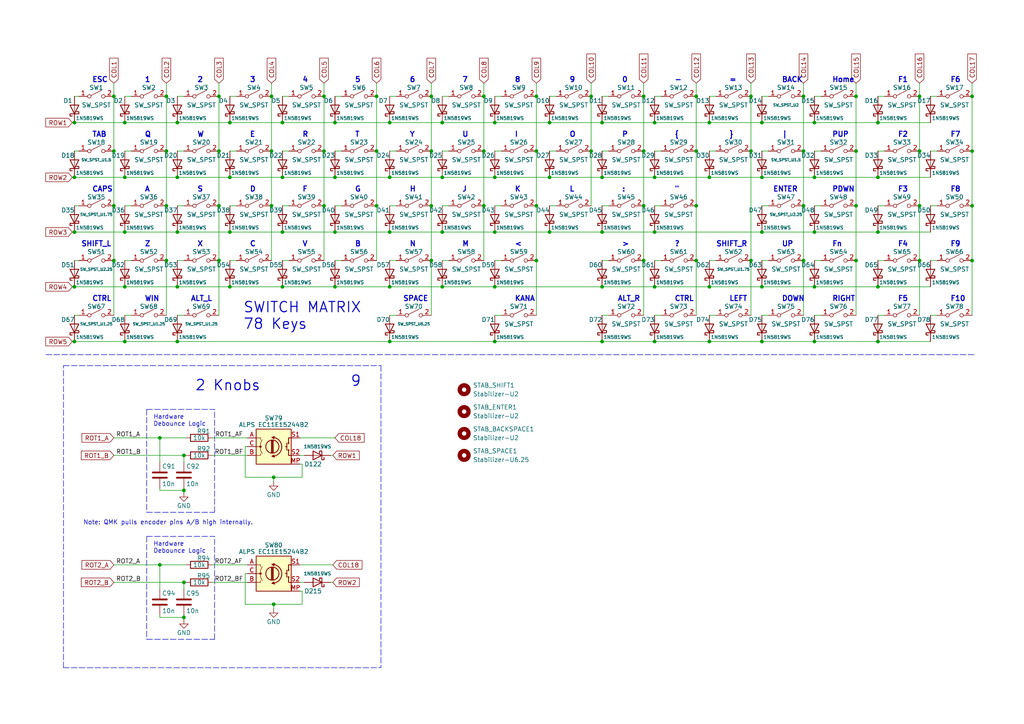
<source format=kicad_sch>
(kicad_sch (version 20211123) (generator eeschema)
  (paper "A4")
  (title_block (title "AGPKeeb Keyboard - Key Matrix") (date "2023-02-19") (rev "1.0") (company "AGP"))
  (junction (at 186.69 43.815))
  (junction (at 254.635 83.185))
  (junction (at 159.385 35.56))
  (junction (at 51.435 67.31))
  (junction (at 21.59 67.31))
  (junction (at 236.22 67.31))
  (junction (at 205.74 99.06))
  (junction (at 128.27 35.56))
  (junction (at 63.5 59.69))
  (junction (at 51.435 99.06))
  (junction (at 78.74 59.69))
  (junction (at 254.635 51.435))
  (junction (at 201.93 75.565))
  (junction (at 48.26 59.69))
  (junction (at 79.375 138.43))
  (junction (at 186.69 27.94))
  (junction (at 217.805 75.565))
  (junction (at 66.675 51.435))
  (junction (at 51.435 35.56))
  (junction (at 217.805 43.815))
  (junction (at 159.385 51.435))
  (junction (at 233.045 75.565))
  (junction (at 36.195 51.435))
  (junction (at 155.575 59.69))
  (junction (at 53.34 179.07))
  (junction (at 155.575 27.94))
  (junction (at 79.375 175.26))
  (junction (at 220.98 51.435))
  (junction (at 21.59 99.06))
  (junction (at 171.45 27.94))
  (junction (at 128.27 83.185))
  (junction (at 113.03 99.06))
  (junction (at 143.51 83.185))
  (junction (at 36.195 67.31))
  (junction (at 281.94 43.815))
  (junction (at 220.98 35.56))
  (junction (at 174.625 51.435))
  (junction (at 266.7 75.565))
  (junction (at 174.625 67.31))
  (junction (at 254.635 67.31))
  (junction (at 220.98 99.06))
  (junction (at 266.7 43.815))
  (junction (at 113.03 67.31))
  (junction (at 97.155 67.31))
  (junction (at 81.915 83.185))
  (junction (at 236.22 99.06))
  (junction (at 155.575 75.565))
  (junction (at 81.915 67.31))
  (junction (at 53.34 168.91))
  (junction (at 174.625 99.06))
  (junction (at 66.675 67.31))
  (junction (at 248.285 27.94))
  (junction (at 63.5 43.815))
  (junction (at 125.095 27.94))
  (junction (at 186.69 75.565))
  (junction (at 113.03 51.435))
  (junction (at 53.34 142.24))
  (junction (at 48.26 27.94))
  (junction (at 93.98 43.815))
  (junction (at 201.93 27.94))
  (junction (at 63.5 27.94))
  (junction (at 109.22 27.94))
  (junction (at 174.625 35.56))
  (junction (at 109.22 43.815))
  (junction (at 33.02 27.94))
  (junction (at 236.22 51.435))
  (junction (at 233.045 27.94))
  (junction (at 33.02 43.815))
  (junction (at 128.27 67.31))
  (junction (at 248.285 43.815))
  (junction (at 205.74 51.435))
  (junction (at 189.865 99.06))
  (junction (at 21.59 35.56))
  (junction (at 186.69 59.69))
  (junction (at 143.51 67.31))
  (junction (at 113.03 35.56))
  (junction (at 93.98 59.69))
  (junction (at 205.74 83.185))
  (junction (at 53.34 132.08))
  (junction (at 21.59 51.435))
  (junction (at 281.94 75.565))
  (junction (at 33.02 75.565))
  (junction (at 266.7 59.69))
  (junction (at 189.865 35.56))
  (junction (at 81.915 51.435))
  (junction (at 266.7 27.94))
  (junction (at 97.155 35.56))
  (junction (at 155.575 43.815))
  (junction (at 205.74 35.56))
  (junction (at 46.355 127))
  (junction (at 143.51 35.56))
  (junction (at 125.095 75.565))
  (junction (at 189.865 51.435))
  (junction (at 140.335 43.815))
  (junction (at 143.51 51.435))
  (junction (at 66.675 35.56))
  (junction (at 217.805 27.94))
  (junction (at 93.98 27.94))
  (junction (at 281.94 27.94))
  (junction (at 233.045 59.69))
  (junction (at 125.095 43.815))
  (junction (at 78.74 43.815))
  (junction (at 109.22 59.69))
  (junction (at 201.93 43.815))
  (junction (at 248.285 75.565))
  (junction (at 143.51 99.06))
  (junction (at 220.98 83.185))
  (junction (at 66.675 83.185))
  (junction (at 63.5 75.565))
  (junction (at 171.45 43.815))
  (junction (at 125.095 59.69))
  (junction (at 36.195 35.56))
  (junction (at 51.435 51.435))
  (junction (at 97.155 51.435))
  (junction (at 140.335 59.69))
  (junction (at 46.355 163.83))
  (junction (at 33.02 59.69))
  (junction (at 201.93 59.69))
  (junction (at 140.335 27.94))
  (junction (at 254.635 99.06))
  (junction (at 128.27 51.435))
  (junction (at 78.74 27.94))
  (junction (at 236.22 83.185))
  (junction (at 113.03 83.185))
  (junction (at 51.435 83.185))
  (junction (at 21.59 83.185))
  (junction (at 189.865 67.31))
  (junction (at 36.195 99.06))
  (junction (at 220.98 67.31))
  (junction (at 48.26 43.815))
  (junction (at 174.625 83.185))
  (junction (at 81.915 35.56))
  (junction (at 97.155 83.185))
  (junction (at 48.26 75.565))
  (junction (at 233.045 43.815))
  (junction (at 254.635 35.56))
  (junction (at 189.865 83.185))
  (junction (at 159.385 67.31))
  (junction (at 248.285 59.69))
  (junction (at 36.195 83.185))
  (junction (at 281.94 59.69))
  (junction (at 236.22 35.56))
  (wire (pts (xy 97.155 83.185) (xy 113.03 83.185)))
  (wire (pts (xy 189.865 51.435) (xy 205.74 51.435)))
  (wire (pts (xy 53.34 168.91) (xy 53.34 170.815)))
  (wire (pts (xy 254.635 67.31) (xy 269.875 67.31)))
  (wire (pts (xy 46.355 178.435) (xy 46.355 179.07)))
  (wire (pts (xy 68.58 27.94) (xy 66.675 27.94)))
  (polyline (pts (xy 62.23 148.59) (xy 62.23 118.745)))
  (wire (pts (xy 20.955 51.435) (xy 21.59 51.435)))
  (wire (pts (xy 36.195 83.185) (xy 51.435 83.185)))
  (wire (pts (xy 68.58 75.565) (xy 66.675 75.565)))
  (wire (pts (xy 176.53 75.565) (xy 174.625 75.565)))
  (wire (pts (xy 38.1 59.69) (xy 36.195 59.69)))
  (wire (pts (xy 21.59 51.435) (xy 36.195 51.435)))
  (wire (pts (xy 155.575 24.13) (xy 155.575 27.94)))
  (wire (pts (xy 21.59 35.56) (xy 36.195 35.56)))
  (wire (pts (xy 217.805 43.815) (xy 217.805 75.565)))
  (wire (pts (xy 256.54 59.69) (xy 254.635 59.69)))
  (wire (pts (xy 113.03 43.815) (xy 114.935 43.815)))
  (wire (pts (xy 271.78 91.44) (xy 269.875 91.44)))
  (wire (pts (xy 68.58 59.69) (xy 66.675 59.69)))
  (wire (pts (xy 174.625 35.56) (xy 189.865 35.56)))
  (wire (pts (xy 109.22 43.815) (xy 109.22 59.69)))
  (wire (pts (xy 36.195 99.06) (xy 51.435 99.06)))
  (polyline (pts (xy 42.545 185.42) (xy 62.23 185.42)))
  (wire (pts (xy 99.06 59.69) (xy 97.155 59.69)))
  (wire (pts (xy 71.12 138.43) (xy 79.375 138.43)))
  (wire (pts (xy 171.45 24.13) (xy 171.45 27.94)))
  (wire (pts (xy 271.78 43.815) (xy 269.875 43.815)))
  (wire (pts (xy 281.94 43.815) (xy 281.94 59.69)))
  (wire (pts (xy 220.98 35.56) (xy 236.22 35.56)))
  (wire (pts (xy 186.69 43.815) (xy 186.69 59.69)))
  (wire (pts (xy 86.995 168.91) (xy 88.265 168.91)))
  (wire (pts (xy 143.51 51.435) (xy 159.385 51.435)))
  (wire (pts (xy 63.5 43.815) (xy 63.5 59.69)))
  (wire (pts (xy 256.54 75.565) (xy 254.635 75.565)))
  (wire (pts (xy 254.635 83.185) (xy 269.875 83.185)))
  (wire (pts (xy 145.415 75.565) (xy 143.51 75.565)))
  (wire (pts (xy 53.975 163.83) (xy 46.355 163.83)))
  (wire (pts (xy 238.125 59.69) (xy 236.22 59.69)))
  (wire (pts (xy 87.63 138.43) (xy 87.63 134.62)))
  (wire (pts (xy 220.98 83.185) (xy 236.22 83.185)))
  (wire (pts (xy 48.26 24.13) (xy 48.26 27.94)))
  (wire (pts (xy 97.155 51.435) (xy 113.03 51.435)))
  (wire (pts (xy 145.415 59.69) (xy 143.51 59.69)))
  (wire (pts (xy 189.865 99.06) (xy 205.74 99.06)))
  (wire (pts (xy 53.34 27.94) (xy 51.435 27.94)))
  (wire (pts (xy 128.27 75.565) (xy 130.175 75.565)))
  (wire (pts (xy 217.805 27.94) (xy 217.805 43.815)))
  (wire (pts (xy 238.125 75.565) (xy 236.22 75.565)))
  (wire (pts (xy 97.155 35.56) (xy 113.03 35.56)))
  (wire (pts (xy 222.885 75.565) (xy 220.98 75.565)))
  (wire (pts (xy 53.975 127) (xy 46.355 127)))
  (wire (pts (xy 48.26 27.94) (xy 48.26 43.815)))
  (wire (pts (xy 81.915 67.31) (xy 97.155 67.31)))
  (wire (pts (xy 53.34 179.07) (xy 53.34 178.435)))
  (wire (pts (xy 36.195 67.31) (xy 51.435 67.31)))
  (wire (pts (xy 51.435 83.185) (xy 66.675 83.185)))
  (wire (pts (xy 33.02 43.815) (xy 33.02 59.69)))
  (wire (pts (xy 38.1 75.565) (xy 36.195 75.565)))
  (wire (pts (xy 46.355 179.07) (xy 53.34 179.07)))
  (wire (pts (xy 71.12 166.37) (xy 71.12 175.26)))
  (wire (pts (xy 233.045 27.94) (xy 233.045 43.815)))
  (wire (pts (xy 33.02 127) (xy 46.355 127)))
  (wire (pts (xy 201.93 24.13) (xy 201.93 27.94)))
  (wire (pts (xy 66.675 67.31) (xy 81.915 67.31)))
  (wire (pts (xy 140.335 24.13) (xy 140.335 27.94)))
  (wire (pts (xy 63.5 75.565) (xy 63.5 91.44)))
  (wire (pts (xy 191.77 43.815) (xy 189.865 43.815)))
  (wire (pts (xy 248.285 43.815) (xy 248.285 59.69)))
  (wire (pts (xy 53.34 142.875) (xy 53.34 142.24)))
  (wire (pts (xy 171.45 27.94) (xy 171.45 43.815)))
  (wire (pts (xy 113.03 59.69) (xy 114.935 59.69)))
  (wire (pts (xy 155.575 75.565) (xy 155.575 91.44)))
  (wire (pts (xy 71.755 129.54) (xy 71.12 129.54)))
  (wire (pts (xy 145.415 43.815) (xy 143.51 43.815)))
  (wire (pts (xy 266.7 24.13) (xy 266.7 27.94)))
  (wire (pts (xy 99.06 75.565) (xy 97.155 75.565)))
  (wire (pts (xy 217.805 75.565) (xy 217.805 91.44)))
  (wire (pts (xy 113.03 27.94) (xy 114.935 27.94)))
  (wire (pts (xy 81.915 83.185) (xy 97.155 83.185)))
  (wire (pts (xy 233.045 59.69) (xy 233.045 75.565)))
  (polyline (pts (xy 110.49 106.045) (xy 110.49 193.675)))
  (wire (pts (xy 93.98 27.94) (xy 93.98 43.815)))
  (wire (pts (xy 236.22 99.06) (xy 254.635 99.06)))
  (wire (pts (xy 51.435 35.56) (xy 66.675 35.56)))
  (polyline (pts (xy 18.415 193.675) (xy 18.415 106.045)))
  (wire (pts (xy 248.285 27.94) (xy 248.285 43.815)))
  (wire (pts (xy 248.285 24.13) (xy 248.285 27.94)))
  (polyline (pts (xy 42.545 148.59) (xy 62.23 148.59)))
  (polyline (pts (xy 18.415 106.045) (xy 110.49 106.045)))
  (wire (pts (xy 20.955 67.31) (xy 21.59 67.31)))
  (wire (pts (xy 266.7 59.69) (xy 266.7 75.565)))
  (wire (pts (xy 220.98 51.435) (xy 236.22 51.435)))
  (wire (pts (xy 61.595 127) (xy 71.755 127)))
  (wire (pts (xy 20.955 83.185) (xy 21.59 83.185)))
  (wire (pts (xy 205.74 83.185) (xy 220.98 83.185)))
  (wire (pts (xy 99.06 43.815) (xy 97.155 43.815)))
  (wire (pts (xy 176.53 27.94) (xy 174.625 27.94)))
  (wire (pts (xy 71.755 166.37) (xy 71.12 166.37)))
  (wire (pts (xy 46.355 163.83) (xy 46.355 170.815)))
  (wire (pts (xy 174.625 51.435) (xy 189.865 51.435)))
  (wire (pts (xy 113.03 51.435) (xy 128.27 51.435)))
  (wire (pts (xy 78.74 24.13) (xy 78.74 27.94)))
  (wire (pts (xy 222.885 91.44) (xy 220.98 91.44)))
  (polyline (pts (xy 42.545 155.575) (xy 62.23 155.575)))
  (wire (pts (xy 176.53 43.815) (xy 174.625 43.815)))
  (wire (pts (xy 174.625 83.185) (xy 189.865 83.185)))
  (wire (pts (xy 99.06 27.94) (xy 97.155 27.94)))
  (wire (pts (xy 93.98 59.69) (xy 93.98 75.565)))
  (wire (pts (xy 33.02 59.69) (xy 33.02 75.565)))
  (wire (pts (xy 281.94 75.565) (xy 281.94 91.44)))
  (wire (pts (xy 21.59 67.31) (xy 36.195 67.31)))
  (wire (pts (xy 143.51 67.31) (xy 159.385 67.31)))
  (wire (pts (xy 238.125 91.44) (xy 236.22 91.44)))
  (wire (pts (xy 143.51 83.185) (xy 174.625 83.185)))
  (wire (pts (xy 271.78 75.565) (xy 269.875 75.565)))
  (wire (pts (xy 125.095 75.565) (xy 125.095 91.44)))
  (wire (pts (xy 125.095 59.69) (xy 125.095 75.565)))
  (wire (pts (xy 48.26 43.815) (xy 48.26 59.69)))
  (wire (pts (xy 53.34 91.44) (xy 51.435 91.44)))
  (wire (pts (xy 93.98 43.815) (xy 93.98 59.69)))
  (wire (pts (xy 161.29 27.94) (xy 159.385 27.94)))
  (wire (pts (xy 248.285 59.69) (xy 248.285 75.565)))
  (wire (pts (xy 174.625 99.06) (xy 189.865 99.06)))
  (wire (pts (xy 191.77 91.44) (xy 189.865 91.44)))
  (wire (pts (xy 191.77 27.94) (xy 189.865 27.94)))
  (wire (pts (xy 125.095 24.13) (xy 125.095 27.94)))
  (wire (pts (xy 128.27 51.435) (xy 143.51 51.435)))
  (wire (pts (xy 86.995 132.08) (xy 88.265 132.08)))
  (wire (pts (xy 128.27 35.56) (xy 143.51 35.56)))
  (wire (pts (xy 22.86 91.44) (xy 21.59 91.44)))
  (wire (pts (xy 53.34 43.815) (xy 51.435 43.815)))
  (wire (pts (xy 201.93 27.94) (xy 201.93 43.815)))
  (wire (pts (xy 51.435 99.06) (xy 113.03 99.06)))
  (wire (pts (xy 128.27 43.815) (xy 130.175 43.815)))
  (wire (pts (xy 109.22 24.13) (xy 109.22 27.94)))
  (polyline (pts (xy 62.23 185.42) (xy 62.23 155.575)))
  (wire (pts (xy 281.94 24.13) (xy 281.94 27.94)))
  (wire (pts (xy 113.03 35.56) (xy 128.27 35.56)))
  (wire (pts (xy 281.94 59.69) (xy 281.94 75.565)))
  (wire (pts (xy 114.935 91.44) (xy 113.03 91.44)))
  (wire (pts (xy 113.03 67.31) (xy 128.27 67.31)))
  (wire (pts (xy 236.22 51.435) (xy 254.635 51.435)))
  (wire (pts (xy 53.975 168.91) (xy 53.34 168.91)))
  (wire (pts (xy 222.885 27.94) (xy 220.98 27.94)))
  (wire (pts (xy 191.77 59.69) (xy 189.865 59.69)))
  (wire (pts (xy 61.595 132.08) (xy 71.755 132.08)))
  (wire (pts (xy 78.74 43.815) (xy 78.74 59.69)))
  (wire (pts (xy 143.51 99.06) (xy 174.625 99.06)))
  (wire (pts (xy 22.86 43.815) (xy 21.59 43.815)))
  (wire (pts (xy 128.27 67.31) (xy 143.51 67.31)))
  (wire (pts (xy 220.98 99.06) (xy 236.22 99.06)))
  (wire (pts (xy 189.865 83.185) (xy 205.74 83.185)))
  (wire (pts (xy 66.675 83.185) (xy 81.915 83.185)))
  (wire (pts (xy 159.385 67.31) (xy 174.625 67.31)))
  (wire (pts (xy 51.435 67.31) (xy 66.675 67.31)))
  (wire (pts (xy 33.02 168.91) (xy 53.34 168.91)))
  (wire (pts (xy 79.375 138.43) (xy 87.63 138.43)))
  (wire (pts (xy 248.285 75.565) (xy 248.285 91.44)))
  (wire (pts (xy 93.98 24.13) (xy 93.98 27.94)))
  (wire (pts (xy 81.915 51.435) (xy 97.155 51.435)))
  (wire (pts (xy 48.26 75.565) (xy 48.26 91.44)))
  (wire (pts (xy 176.53 91.44) (xy 174.625 91.44)))
  (wire (pts (xy 53.34 142.24) (xy 53.34 141.605)))
  (wire (pts (xy 201.93 43.815) (xy 201.93 59.69)))
  (wire (pts (xy 155.575 43.815) (xy 155.575 59.69)))
  (wire (pts (xy 254.635 35.56) (xy 269.875 35.56)))
  (wire (pts (xy 128.27 27.94) (xy 130.175 27.94)))
  (polyline (pts (xy 42.545 118.745) (xy 42.545 148.59)))
  (wire (pts (xy 256.54 43.815) (xy 254.635 43.815)))
  (wire (pts (xy 155.575 59.69) (xy 155.575 75.565)))
  (wire (pts (xy 86.995 163.83) (xy 96.52 163.83)))
  (polyline (pts (xy 13.335 102.87) (xy 282.575 102.87)))
  (wire (pts (xy 38.1 27.94) (xy 36.195 27.94)))
  (wire (pts (xy 53.34 132.08) (xy 53.34 133.985)))
  (wire (pts (xy 155.575 27.94) (xy 155.575 43.815)))
  (polyline (pts (xy 18.415 193.675) (xy 110.49 193.675)))
  (wire (pts (xy 186.69 59.69) (xy 186.69 75.565)))
  (wire (pts (xy 189.865 35.56) (xy 205.74 35.56)))
  (wire (pts (xy 38.1 91.44) (xy 36.195 91.44)))
  (wire (pts (xy 113.03 75.565) (xy 114.935 75.565)))
  (wire (pts (xy 33.02 24.13) (xy 33.02 27.94)))
  (wire (pts (xy 236.22 67.31) (xy 254.635 67.31)))
  (wire (pts (xy 95.885 132.08) (xy 96.52 132.08)))
  (wire (pts (xy 233.045 43.815) (xy 233.045 59.69)))
  (wire (pts (xy 22.86 27.94) (xy 21.59 27.94)))
  (wire (pts (xy 201.93 59.69) (xy 201.93 75.565)))
  (wire (pts (xy 220.98 67.31) (xy 236.22 67.31)))
  (wire (pts (xy 271.78 59.69) (xy 269.875 59.69)))
  (wire (pts (xy 266.7 43.815) (xy 266.7 59.69)))
  (wire (pts (xy 128.27 83.185) (xy 143.51 83.185)))
  (wire (pts (xy 281.94 27.94) (xy 281.94 43.815)))
  (wire (pts (xy 68.58 43.815) (xy 66.675 43.815)))
  (wire (pts (xy 256.54 91.44) (xy 254.635 91.44)))
  (wire (pts (xy 33.02 132.08) (xy 53.34 132.08)))
  (wire (pts (xy 79.375 139.7) (xy 79.375 138.43)))
  (wire (pts (xy 46.355 127) (xy 46.355 133.985)))
  (wire (pts (xy 53.34 179.705) (xy 53.34 179.07)))
  (wire (pts (xy 63.5 24.13) (xy 63.5 27.94)))
  (wire (pts (xy 20.955 99.06) (xy 21.59 99.06)))
  (wire (pts (xy 205.74 99.06) (xy 220.98 99.06)))
  (wire (pts (xy 71.12 129.54) (xy 71.12 138.43)))
  (wire (pts (xy 81.915 35.56) (xy 97.155 35.56)))
  (wire (pts (xy 36.195 35.56) (xy 51.435 35.56)))
  (wire (pts (xy 205.74 35.56) (xy 220.98 35.56)))
  (wire (pts (xy 140.335 27.94) (xy 140.335 43.815)))
  (wire (pts (xy 78.74 59.69) (xy 78.74 75.565)))
  (wire (pts (xy 83.82 43.815) (xy 81.915 43.815)))
  (wire (pts (xy 71.12 175.26) (xy 79.375 175.26)))
  (wire (pts (xy 207.645 43.815) (xy 205.74 43.815)))
  (wire (pts (xy 83.82 59.69) (xy 81.915 59.69)))
  (wire (pts (xy 145.415 91.44) (xy 143.51 91.44)))
  (wire (pts (xy 205.74 51.435) (xy 220.98 51.435)))
  (wire (pts (xy 217.805 24.13) (xy 217.805 27.94)))
  (wire (pts (xy 254.635 51.435) (xy 269.875 51.435)))
  (wire (pts (xy 236.22 83.185) (xy 254.635 83.185)))
  (wire (pts (xy 83.82 27.94) (xy 81.915 27.94)))
  (wire (pts (xy 36.195 51.435) (xy 51.435 51.435)))
  (wire (pts (xy 83.82 75.565) (xy 81.915 75.565)))
  (wire (pts (xy 140.335 59.69) (xy 140.335 75.565)))
  (wire (pts (xy 256.54 27.94) (xy 254.635 27.94)))
  (wire (pts (xy 46.355 142.24) (xy 53.34 142.24)))
  (wire (pts (xy 222.885 59.69) (xy 220.98 59.69)))
  (wire (pts (xy 78.74 27.94) (xy 78.74 43.815)))
  (wire (pts (xy 33.02 27.94) (xy 33.02 43.815)))
  (wire (pts (xy 159.385 51.435) (xy 174.625 51.435)))
  (wire (pts (xy 22.86 75.565) (xy 21.59 75.565)))
  (wire (pts (xy 22.86 59.69) (xy 21.59 59.69)))
  (wire (pts (xy 33.02 75.565) (xy 33.02 91.44)))
  (wire (pts (xy 233.045 24.13) (xy 233.045 27.94)))
  (wire (pts (xy 86.995 127) (xy 97.155 127)))
  (wire (pts (xy 79.375 176.53) (xy 79.375 175.26)))
  (wire (pts (xy 191.77 75.565) (xy 189.865 75.565)))
  (wire (pts (xy 201.93 75.565) (xy 201.93 91.44)))
  (wire (pts (xy 61.595 163.83) (xy 71.755 163.83)))
  (wire (pts (xy 189.865 67.31) (xy 220.98 67.31)))
  (wire (pts (xy 113.03 99.06) (xy 143.51 99.06)))
  (wire (pts (xy 161.29 43.815) (xy 159.385 43.815)))
  (wire (pts (xy 53.975 132.08) (xy 53.34 132.08)))
  (wire (pts (xy 271.78 27.94) (xy 269.875 27.94)))
  (wire (pts (xy 95.885 168.91) (xy 96.52 168.91)))
  (wire (pts (xy 233.045 75.565) (xy 233.045 91.44)))
  (wire (pts (xy 21.59 99.06) (xy 36.195 99.06)))
  (wire (pts (xy 87.63 175.26) (xy 87.63 171.45)))
  (wire (pts (xy 143.51 35.56) (xy 159.385 35.56)))
  (wire (pts (xy 51.435 51.435) (xy 66.675 51.435)))
  (wire (pts (xy 171.45 43.815) (xy 171.45 59.69)))
  (wire (pts (xy 176.53 59.69) (xy 174.625 59.69)))
  (polyline (pts (xy 42.545 118.745) (xy 62.23 118.745)))
  (wire (pts (xy 63.5 27.94) (xy 63.5 43.815)))
  (wire (pts (xy 97.155 67.31) (xy 113.03 67.31)))
  (wire (pts (xy 63.5 59.69) (xy 63.5 75.565)))
  (wire (pts (xy 33.02 163.83) (xy 46.355 163.83)))
  (wire (pts (xy 186.69 75.565) (xy 186.69 91.44)))
  (wire (pts (xy 186.69 27.94) (xy 186.69 43.815)))
  (wire (pts (xy 61.595 168.91) (xy 71.755 168.91)))
  (wire (pts (xy 254.635 99.06) (xy 269.875 99.06)))
  (wire (pts (xy 38.1 43.815) (xy 36.195 43.815)))
  (polyline (pts (xy 42.545 155.575) (xy 42.545 185.42)))
  (wire (pts (xy 161.29 59.69) (xy 159.385 59.69)))
  (wire (pts (xy 238.125 27.94) (xy 236.22 27.94)))
  (wire (pts (xy 145.415 27.94) (xy 143.51 27.94)))
  (wire (pts (xy 53.34 59.69) (xy 51.435 59.69)))
  (wire (pts (xy 207.645 91.44) (xy 205.74 91.44)))
  (wire (pts (xy 46.355 141.605) (xy 46.355 142.24)))
  (wire (pts (xy 207.645 75.565) (xy 205.74 75.565)))
  (wire (pts (xy 21.59 35.56) (xy 20.955 35.56)))
  (wire (pts (xy 174.625 67.31) (xy 189.865 67.31)))
  (wire (pts (xy 186.69 24.13) (xy 186.69 27.94)))
  (wire (pts (xy 128.27 59.69) (xy 130.175 59.69)))
  (wire (pts (xy 109.22 59.69) (xy 109.22 75.565)))
  (wire (pts (xy 207.645 27.94) (xy 205.74 27.94)))
  (wire (pts (xy 66.675 51.435) (xy 81.915 51.435)))
  (wire (pts (xy 125.095 43.815) (xy 125.095 59.69)))
  (wire (pts (xy 266.7 27.94) (xy 266.7 43.815)))
  (wire (pts (xy 238.125 43.815) (xy 236.22 43.815)))
  (wire (pts (xy 79.375 175.26) (xy 87.63 175.26)))
  (wire (pts (xy 53.34 75.565) (xy 51.435 75.565)))
  (wire (pts (xy 236.22 35.56) (xy 254.635 35.56)))
  (wire (pts (xy 125.095 27.94) (xy 125.095 43.815)))
  (wire (pts (xy 66.675 35.56) (xy 81.915 35.56)))
  (wire (pts (xy 113.03 83.185) (xy 128.27 83.185)))
  (wire (pts (xy 222.885 43.815) (xy 220.98 43.815)))
  (wire (pts (xy 86.995 171.45) (xy 87.63 171.45)))
  (wire (pts (xy 159.385 35.56) (xy 174.625 35.56)))
  (wire (pts (xy 21.59 83.185) (xy 36.195 83.185)))
  (wire (pts (xy 140.335 43.815) (xy 140.335 59.69)))
  (wire (pts (xy 87.63 134.62) (xy 86.995 134.62)))
  (wire (pts (xy 48.26 59.69) (xy 48.26 75.565)))
  (wire (pts (xy 109.22 27.94) (xy 109.22 43.815)))
  (wire (pts (xy 266.7 75.565) (xy 266.7 91.44)))
  (text "D" (at 72.39 55.88 0) (effects (font (size 1.5 1.5) (thickness 0.3) bold) (justify left bottom)))
  (text "S" (at 57.15 55.88 0) (effects (font (size 1.5 1.5) (thickness 0.3) bold) (justify left bottom)))
  (text "F7" (at 275.59 40.005 0) (effects (font (size 1.5 1.5) (thickness 0.3) bold) (justify left bottom)))
  (text "F10" (at 275.59 87.63 0) (effects (font (size 1.5 1.5) (thickness 0.3) bold) (justify left bottom)))
  (text "H" (at 118.745 55.88 0) (effects (font (size 1.5 1.5) (thickness 0.3) bold) (justify left bottom)))
  (text "LEFT" (at 211.455 87.63 0) (effects (font (size 1.5 1.5) (thickness 0.3) bold) (justify left bottom)))
  (text "SWITCH MATRIX\n78 Keys" (at 70.485 95.885 0) (effects (font (size 3 3) (thickness 0.3) bold) (justify left bottom)))
  (text "J" (at 133.985 55.88 0) (effects (font (size 1.5 1.5) (thickness 0.3) bold) (justify left bottom)))
  (text "9" (at 101.6 112.395 0) (effects (font (size 3 3) (thickness 0.3) bold) (justify left bottom)))
  (text "N" (at 118.745 71.755 0) (effects (font (size 1.5 1.5) (thickness 0.3) bold) (justify left bottom)))
  (text "2" (at 57.15 24.13 0) (effects (font (size 1.5 1.5) (thickness 0.3) bold) (justify left bottom)))
  (text "5" (at 102.87 24.13 0) (effects (font (size 1.5 1.5) (thickness 0.3) bold) (justify left bottom)))
  (text "<" (at 149.225 71.755 0) (effects (font (size 1.5 1.5) (thickness 0.3) bold) (justify left bottom)))
  (text "O" (at 165.1 40.005 0) (effects (font (size 1.5 1.5) (thickness 0.3) bold) (justify left bottom)))
  (text "SHIFT_R" (at 207.645 71.755 0) (effects (font (size 1.5 1.5) (thickness 0.3) bold) (justify left bottom)))
  (text "{" (at 195.58 40.005 0) (effects (font (size 1.5 1.5) (thickness 0.3) bold) (justify left bottom)))
  (text "BACK" (at 226.695 24.13 0) (effects (font (size 1.5 1.5) (thickness 0.3) bold) (justify left bottom)))
  (text "A" (at 41.91 55.88 0) (effects (font (size 1.5 1.5) (thickness 0.3) bold) (justify left bottom)))
  (text "ALT_L" (at 55.245 87.63 0) (effects (font (size 1.5 1.5) (thickness 0.3) bold) (justify left bottom)))
  (text "TAB" (at 26.67 40.005 0) (effects (font (size 1.5 1.5) (thickness 0.3) bold) (justify left bottom)))
  (text "Hardware\nDebounce Logic" (at 44.45 123.825 0) (effects (font (size 1.27 1.27)) (justify left bottom)))
  (text "}" (at 211.455 40.005 0) (effects (font (size 1.5 1.5) (thickness 0.3) bold) (justify left bottom)))
  (text "F2" (at 260.35 40.005 0) (effects (font (size 1.5 1.5) (thickness 0.3) bold) (justify left bottom)))
  (text "CTRL" (at 195.58 87.63 0) (effects (font (size 1.5 1.5) (thickness 0.3) bold) (justify left bottom)))
  (text "R" (at 87.63 40.005 0) (effects (font (size 1.5 1.5) (thickness 0.3) bold) (justify left bottom)))
  (text "SHIFT_L" (at 23.495 71.755 0) (effects (font (size 1.5 1.5) (thickness 0.3) bold) (justify left bottom)))
  (text "9" (at 165.1 24.13 0) (effects (font (size 1.5 1.5) (thickness 0.3) bold) (justify left bottom)))
  (text "Hardware\nDebounce Logic" (at 44.45 160.655 0) (effects (font (size 1.27 1.27)) (justify left bottom)))
  (text "?" (at 195.58 71.755 0) (effects (font (size 1.5 1.5) (thickness 0.3) bold) (justify left bottom)))
  (text ":" (at 180.34 55.88 0) (effects (font (size 1.5 1.5) (thickness 0.3) bold) (justify left bottom)))
  (text "8" (at 149.225 24.13 0) (effects (font (size 1.5 1.5) (thickness 0.3) bold) (justify left bottom)))
  (text "KANA" (at 149.225 87.63 0) (effects (font (size 1.5 1.5) (thickness 0.3) bold) (justify left bottom)))
  (text "Fn" (at 241.3 71.755 0) (effects (font (size 1.5 1.5) (thickness 0.3) bold) (justify left bottom)))
  (text ">" (at 180.34 71.755 0) (effects (font (size 1.5 1.5) (thickness 0.3) bold) (justify left bottom)))
  (text "F" (at 87.63 55.88 0) (effects (font (size 1.5 1.5) (thickness 0.3) bold) (justify left bottom)))
  (text "B" (at 102.87 71.755 0) (effects (font (size 1.5 1.5) (thickness 0.3) bold) (justify left bottom)))
  (text "6" (at 118.745 24.13 0) (effects (font (size 1.5 1.5) (thickness 0.3) bold) (justify left bottom)))
  (text "Z" (at 41.91 71.755 0) (effects (font (size 1.5 1.5) (thickness 0.3) bold) (justify left bottom)))
  (text "PDWN" (at 241.3 55.88 0) (effects (font (size 1.5 1.5) (thickness 0.3) bold) (justify left bottom)))
  (text "|" (at 226.695 40.005 0) (effects (font (size 1.5 1.5) (thickness 0.3) bold) (justify left bottom)))
  (text "ENTER" (at 224.155 55.88 0) (effects (font (size 1.5 1.5) (thickness 0.3) bold) (justify left bottom)))
  (text "Note: QMK pulls encoder pins A/B high internally." (at 24.13 152.4 0) (effects (font (size 1.27 1.27)) (justify left bottom)))
  (text "F9" (at 275.59 71.755 0) (effects (font (size 1.5 1.5) (thickness 0.3) bold) (justify left bottom)))
  (text "K" (at 149.225 55.88 0) (effects (font (size 1.5 1.5) (thickness 0.3) bold) (justify left bottom)))
  (text "G" (at 102.87 55.88 0) (effects (font (size 1.5 1.5) (thickness 0.3) bold) (justify left bottom)))
  (text "CAPS" (at 26.67 55.88 0) (effects (font (size 1.5 1.5) (thickness 0.3) bold) (justify left bottom)))
  (text "V" (at 87.63 71.755 0) (effects (font (size 1.5 1.5) (thickness 0.3) bold) (justify left bottom)))
  (text "UP" (at 226.695 71.755 0) (effects (font (size 1.5 1.5) (thickness 0.3) bold) (justify left bottom)))
  (text "F1" (at 260.35 24.13 0) (effects (font (size 1.5 1.5) (thickness 0.3) bold) (justify left bottom)))
  (text "7" (at 133.985 24.13 0) (effects (font (size 1.5 1.5) (thickness 0.3) bold) (justify left bottom)))
  (text "WIN" (at 41.91 87.63 0) (effects (font (size 1.5 1.5) (thickness 0.3) bold) (justify left bottom)))
  (text "3" (at 72.39 24.13 0) (effects (font (size 1.5 1.5) (thickness 0.3) bold) (justify left bottom)))
  (text "1" (at 41.91 24.13 0) (effects (font (size 1.5 1.5) (thickness 0.3) bold) (justify left bottom)))
  (text "2 Knobs" (at 56.515 113.665 0) (effects (font (size 3 3) (thickness 0.3) bold) (justify left bottom)))
  (text "C" (at 72.39 71.755 0) (effects (font (size 1.5 1.5) (thickness 0.3) bold) (justify left bottom)))
  (text "F4" (at 260.35 71.755 0) (effects (font (size 1.5 1.5) (thickness 0.3) bold) (justify left bottom)))
  (text "T" (at 102.87 40.005 0) (effects (font (size 1.5 1.5) (thickness 0.3) bold) (justify left bottom)))
  (text "P" (at 180.34 40.005 0) (effects (font (size 1.5 1.5) (thickness 0.3) bold) (justify left bottom)))
  (text "SPACE" (at 116.84 87.63 0) (effects (font (size 1.5 1.5) (thickness 0.3) bold) (justify left bottom)))
  (text "Home" (at 241.3 24.13 0) (effects (font (size 1.5 1.5) (thickness 0.3) bold) (justify left bottom)))
  (text "F5" (at 260.35 87.63 0) (effects (font (size 1.5 1.5) (thickness 0.3) bold) (justify left bottom)))
  (text "DOWN" (at 226.695 87.63 0) (effects (font (size 1.5 1.5) (thickness 0.3) bold) (justify left bottom)))
  (text "Q" (at 41.91 40.005 0) (effects (font (size 1.5 1.5) (thickness 0.3) bold) (justify left bottom)))
  (text "4" (at 87.63 24.13 0) (effects (font (size 1.5 1.5) (thickness 0.3) bold) (justify left bottom)))
  (text "ALT_R" (at 179.07 87.63 0) (effects (font (size 1.5 1.5) (thickness 0.3) bold) (justify left bottom)))
  (text "-" (at 195.58 24.13 0) (effects (font (size 1.5 1.5) (thickness 0.3) bold) (justify left bottom)))
  (text "W" (at 57.15 40.005 0) (effects (font (size 1.5 1.5) (thickness 0.3) bold) (justify left bottom)))
  (text "0" (at 180.34 24.13 0) (effects (font (size 1.5 1.5) (thickness 0.3) bold) (justify left bottom)))
  (text "L" (at 165.1 55.88 0) (effects (font (size 1.5 1.5) (thickness 0.3) bold) (justify left bottom)))
  (text "U" (at 133.985 40.005 0) (effects (font (size 1.5 1.5) (thickness 0.3) bold) (justify left bottom)))
  (text "RIGHT" (at 241.3 87.63 0) (effects (font (size 1.5 1.5) (thickness 0.3) bold) (justify left bottom)))
  (text "PUP" (at 241.3 40.005 0) (effects (font (size 1.5 1.5) (thickness 0.3) bold) (justify left bottom)))
  (text "I" (at 149.225 40.005 0) (effects (font (size 1.5 1.5) (thickness 0.3) bold) (justify left bottom)))
  (text "=" (at 211.455 24.13 0) (effects (font (size 1.5 1.5) (thickness 0.3) bold) (justify left bottom)))
  (text "F6" (at 275.59 24.13 0) (effects (font (size 1.5 1.5) (thickness 0.3) bold) (justify left bottom)))
  (text "\"" (at 195.58 55.88 0) (effects (font (size 1.5 1.5) (thickness 0.3) bold) (justify left bottom)))
  (text "M" (at 133.985 71.755 0) (effects (font (size 1.5 1.5) (thickness 0.3) bold) (justify left bottom)))
  (text "F8" (at 275.59 55.88 0) (effects (font (size 1.5 1.5) (thickness 0.3) bold) (justify left bottom)))
  (text "CTRL" (at 26.67 87.63 0) (effects (font (size 1.5 1.5) (thickness 0.3) bold) (justify left bottom)))
  (text "X" (at 57.15 71.755 0) (effects (font (size 1.5 1.5) (thickness 0.3) bold) (justify left bottom)))
  (text "E" (at 72.39 40.005 0) (effects (font (size 1.5 1.5) (thickness 0.3) bold) (justify left bottom)))
  (text "F3" (at 260.35 55.88 0) (effects (font (size 1.5 1.5) (thickness 0.3) bold) (justify left bottom)))
  (text "ESC" (at 26.67 24.13 0) (effects (font (size 1.5 1.5) (thickness 0.3) bold) (justify left bottom)))
  (text "Y" (at 118.745 40.005 0) (effects (font (size 1.5 1.5) (thickness 0.3) bold) (justify left bottom)))
  (label "ROT1_A" (at 33.655 127 0))
  (label "ROT1_B" (at 33.655 132.08 0))
  (label "ROT2_A" (at 33.655 163.83 0))
  (label "ROT1_BF" (at 62.23 132.08 0))
  (label "ROT2_BF" (at 62.23 168.91 0))
  (label "ROT1_AF" (at 62.3582 127 0))
  (label "ROT2_B" (at 33.655 168.91 0))
  (label "ROT2_AF" (at 62.23 163.83 0))
  (global_label "COL1" (shape input) (at 33.02 24.13 90) (property "Intersheet References" "${INTERSHEET_REFS}" (effects hide)))
  (global_label "COL10" (shape input) (at 171.45 24.13 90) (property "Intersheet References" "${INTERSHEET_REFS}" (effects hide)))
  (global_label "COL14" (shape input) (at 233.045 24.13 90) (property "Intersheet References" "${INTERSHEET_REFS}" (effects hide)))
  (global_label "ROT1_B" (shape input) (at 33.02 132.08 180) (property "Intersheet References" "${INTERSHEET_REFS}" (effects hide)))
  (global_label "COL9" (shape input) (at 155.575 24.13 90) (property "Intersheet References" "${INTERSHEET_REFS}" (effects hide)))
  (global_label "COL13" (shape input) (at 217.805 24.13 90) (property "Intersheet References" "${INTERSHEET_REFS}" (effects hide)))
  (global_label "COL15" (shape input) (at 248.285 24.13 90) (property "Intersheet References" "${INTERSHEET_REFS}" (effects hide)))
  (global_label "ROW2" (shape input) (at 96.52 168.91 0) (property "Intersheet References" "${INTERSHEET_REFS}" (effects hide)))
  (global_label "COL18" (shape input) (at 96.52 163.83 0) (property "Intersheet References" "${INTERSHEET_REFS}" (effects hide)))
  (global_label "ROT2_B" (shape input) (at 33.02 168.91 180) (property "Intersheet References" "${INTERSHEET_REFS}" (effects hide)))
  (global_label "COL18" (shape input) (at 97.155 127 0) (property "Intersheet References" "${INTERSHEET_REFS}" (effects hide)))
  (global_label "COL3" (shape input) (at 63.5 24.13 90) (property "Intersheet References" "${INTERSHEET_REFS}" (effects hide)))
  (global_label "ROW5" (shape input) (at 20.955 99.06 180) (property "Intersheet References" "${INTERSHEET_REFS}" (effects hide)))
  (global_label "COL12" (shape input) (at 201.93 24.13 90) (property "Intersheet References" "${INTERSHEET_REFS}" (effects hide)))
  (global_label "ROW4" (shape input) (at 20.955 83.185 180) (property "Intersheet References" "${INTERSHEET_REFS}" (effects hide)))
  (global_label "COL6" (shape input) (at 109.22 24.13 90) (property "Intersheet References" "${INTERSHEET_REFS}" (effects hide)))
  (global_label "ROW3" (shape input) (at 20.955 67.31 180) (property "Intersheet References" "${INTERSHEET_REFS}" (effects hide)))
  (global_label "COL16" (shape input) (at 266.7 24.13 90) (property "Intersheet References" "${INTERSHEET_REFS}" (effects hide)))
  (global_label "COL2" (shape input) (at 48.26 24.13 90) (property "Intersheet References" "${INTERSHEET_REFS}" (effects hide)))
  (global_label "ROT1_A" (shape input) (at 33.02 127 180) (property "Intersheet References" "${INTERSHEET_REFS}" (effects hide)))
  (global_label "COL4" (shape input) (at 78.74 24.13 90) (property "Intersheet References" "${INTERSHEET_REFS}" (effects hide)))
  (global_label "COL5" (shape input) (at 93.98 24.13 90) (property "Intersheet References" "${INTERSHEET_REFS}" (effects hide)))
  (global_label "ROT2_A" (shape input) (at 33.02 163.83 180) (property "Intersheet References" "${INTERSHEET_REFS}" (effects hide)))
  (global_label "COL8" (shape input) (at 140.335 24.13 90) (property "Intersheet References" "${INTERSHEET_REFS}" (effects hide)))
  (global_label "COL7" (shape input) (at 125.095 24.13 90) (property "Intersheet References" "${INTERSHEET_REFS}" (effects hide)))
  (global_label "ROW1" (shape input) (at 20.955 35.56 180) (property "Intersheet References" "${INTERSHEET_REFS}" (effects hide)))
  (global_label "COL11" (shape input) (at 186.69 24.13 90) (property "Intersheet References" "${INTERSHEET_REFS}" (effects hide)))
  (global_label "COL17" (shape input) (at 281.94 24.13 90) (property "Intersheet References" "${INTERSHEET_REFS}" (effects hide)))
  (global_label "ROW2" (shape input) (at 20.955 51.435 180) (property "Intersheet References" "${INTERSHEET_REFS}" (effects hide)))
  (global_label "ROW1" (shape input) (at 96.52 132.08 0) (property "Intersheet References" "${INTERSHEET_REFS}" (effects hide)))
  (symbol (lib_id "Diode:1N5819WS") (at 51.435 79.375 90) (unit 1)
    (property "Reference" "D53" (at 49.53 76.835 90))
    (property "Value" "1N5819WS" (at 55.88 81.915 90) (effects (font (size 1 1))))
    (property "Footprint" "Diode_SMD:D_SOD-323" (effects hide))
    (property "Datasheet" "https://datasheet.lcsc.com/lcsc/2204281430_Guangdong-Hottech-1N5819WS_C191023.pdf" (effects hide))
    (property "LCSC" "C191023" (effects hide))
  )
  (symbol (lib_id "Diode:1N5819WS") (at 51.435 63.5 90) (unit 1)
    (property "Reference" "D37" (at 49.53 60.96 90))
    (property "Value" "1N5819WS" (at 55.88 66.04 90) (effects (font (size 1 1))))
    (property "Footprint" "Diode_SMD:D_SOD-323" (effects hide))
    (property "Datasheet" "https://datasheet.lcsc.com/lcsc/2204281430_Guangdong-Hottech-1N5819WS_C191023.pdf" (effects hide))
    (property "LCSC" "C191023" (effects hide))
  )
  (symbol (lib_id "Switch:SW_SPST") (at 196.85 59.69 0) (unit 1)
    (property "Reference" "SW46" (at 196.85 57.15 0))
    (property "Value" "SW_SPST" (at 196.85 62.23 0))
    (property "Footprint" "Switch_Keyboard_Hotswap_Kailh:SW_Hotswap_Kailh_MX_plated_1.00u_clear" (effects hide))
  )
  (symbol (lib_id "Diode:1N5819WS") (at 236.22 95.25 90) (unit 1)
    (property "Reference" "D76" (at 234.315 92.71 90))
    (property "Value" "1N5819WS" (at 240.665 97.79 90) (effects (font (size 1 1))))
    (property "Footprint" "Diode_SMD:D_SOD-323" (effects hide))
    (property "Datasheet" "https://datasheet.lcsc.com/lcsc/2204281430_Guangdong-Hottech-1N5819WS_C191023.pdf" (effects hide))
    (property "LCSC" "C191023" (effects hide))
  )
  (symbol (lib_id "Diode:1N5819WS") (at 143.51 95.25 90) (unit 1)
    (property "Reference" "D71" (at 141.605 92.71 90))
    (property "Value" "1N5819WS" (at 147.955 97.79 90) (effects (font (size 1 1))))
    (property "Footprint" "Diode_SMD:D_SOD-323" (effects hide))
    (property "Datasheet" "https://datasheet.lcsc.com/lcsc/2204281430_Guangdong-Hottech-1N5819WS_C191023.pdf" (effects hide))
    (property "LCSC" "C191023" (effects hide))
  )
  (symbol (lib_id "Switch:SW_SPST") (at 43.18 59.69 0) (unit 1)
    (property "Reference" "SW36" (at 43.18 57.15 0))
    (property "Value" "SW_SPST" (at 43.18 62.23 0))
    (property "Footprint" "Switch_Keyboard_Hotswap_Kailh:SW_Hotswap_Kailh_MX_plated_1.00u_clear" (effects hide))
  )
  (symbol (lib_id "Diode:1N5819WS") (at 51.435 95.25 90) (unit 1)
    (property "Reference" "D69" (at 49.53 92.71 90))
    (property "Value" "1N5819WS" (at 55.88 97.79 90) (effects (font (size 1 1))))
    (property "Footprint" "Diode_SMD:D_SOD-323" (effects hide))
    (property "Datasheet" "https://datasheet.lcsc.com/lcsc/2204281430_Guangdong-Hottech-1N5819WS_C191023.pdf" (effects hide))
    (property "LCSC" "C191023" (effects hide))
  )
  (symbol (lib_id "Diode:1N5819WS") (at 21.59 31.75 90) (unit 1)
    (property "Reference" "D1" (at 19.685 29.21 90))
    (property "Value" "1N5819WS" (at 26.035 34.29 90) (effects (font (size 1 1))))
    (property "Footprint" "Diode_SMD:D_SOD-323" (effects hide))
    (property "Datasheet" "https://datasheet.lcsc.com/lcsc/2204281430_Guangdong-Hottech-1N5819WS_C191023.pdf" (effects hide))
    (property "LCSC" "C191023" (effects hide))
  )
  (symbol (lib_id "Switch:SW_SPST") (at 243.205 27.94 0) (unit 1)
    (property "Reference" "SW15" (at 243.205 25.4 0))
    (property "Value" "SW_SPST" (at 243.205 30.48 0))
    (property "Footprint" "Switch_Keyboard_Hotswap_Kailh:SW_Hotswap_Kailh_MX_plated_1.00u_clear" (effects hide))
  )
  (symbol (lib_id "Switch:SW_SPST") (at 212.725 43.815 0) (unit 1)
    (property "Reference" "SW30" (at 212.725 41.275 0))
    (property "Value" "SW_SPST" (at 212.725 46.355 0))
    (property "Footprint" "Switch_Keyboard_Hotswap_Kailh:SW_Hotswap_Kailh_MX_plated_1.00u_clear" (effects hide))
  )
  (symbol (lib_id "Switch:SW_SPST") (at 27.94 91.44 0) (unit 1)
    (property "Reference" "SW67" (at 27.94 88.9 0))
    (property "Value" "SW_SPST_U1.25" (at 27.94 93.98 0) (effects (font (size 0.8 0.8))))
    (property "Footprint" "Switch_Keyboard_Hotswap_Kailh:SW_Hotswap_Kailh_MX_plated_1.25u_clear" (effects hide))
  )
  (symbol (lib_id "Switch:SW_SPST") (at 166.37 59.69 0) (unit 1)
    (property "Reference" "SW44" (at 166.37 57.15 0))
    (property "Value" "SW_SPST" (at 166.37 62.23 0))
    (property "Footprint" "Switch_Keyboard_Hotswap_Kailh:SW_Hotswap_Kailh_MX_plated_1.00u_clear" (effects hide))
  )
  (symbol (lib_id "Switch:SW_SPST") (at 261.62 91.44 0) (unit 1)
    (property "Reference" "SW77" (at 261.62 88.9 0))
    (property "Value" "SW_SPST" (at 261.62 93.98 0))
    (property "Footprint" "Switch_Keyboard_Hotswap_Kailh:SW_Hotswap_Kailh_MX_plated_1.00u_clear" (effects hide))
  )
  (symbol (lib_id "Switch:SW_SPST") (at 243.205 59.69 0) (unit 1)
    (property "Reference" "SW48" (at 243.205 57.15 0))
    (property "Value" "SW_SPST" (at 243.205 62.23 0))
    (property "Footprint" "Switch_Keyboard_Hotswap_Kailh:SW_Hotswap_Kailh_MX_plated_1.00u_clear" (effects hide))
  )
  (symbol (lib_id "Diode:1N5819WS") (at 143.51 79.375 90) (unit 1)
    (property "Reference" "D59" (at 141.605 76.835 90))
    (property "Value" "1N5819WS" (at 147.955 81.915 90) (effects (font (size 1 1))))
    (property "Footprint" "Diode_SMD:D_SOD-323" (effects hide))
    (property "Datasheet" "https://datasheet.lcsc.com/lcsc/2204281430_Guangdong-Hottech-1N5819WS_C191023.pdf" (effects hide))
    (property "LCSC" "C191023" (effects hide))
  )
  (symbol (lib_id "Switch:SW_SPST") (at 88.9 27.94 0) (unit 1)
    (property "Reference" "SW5" (at 88.9 25.4 0))
    (property "Value" "SW_SPST" (at 88.9 30.48 0))
    (property "Footprint" "Switch_Keyboard_Hotswap_Kailh:SW_Hotswap_Kailh_MX_plated_1.00u_clear" (effects hide))
  )
  (symbol (lib_id "Switch:SW_SPST") (at 120.015 91.44 0) (unit 1)
    (property "Reference" "SW70" (at 120.015 88.9 0))
    (property "Value" "SW_SPST_U6.25" (at 120.015 93.98 0) (effects (font (size 0.8 0.8))))
    (property "Footprint" "Switch_Keyboard_Hotswap_Kailh:SW_Hotswap_Kailh_MX_plated_6.25u_clear" (effects hide))
  )
  (symbol (lib_id "Diode:1N5819WS") (at 113.03 31.75 90) (unit 1)
    (property "Reference" "D7" (at 111.125 29.21 90))
    (property "Value" "1N5819WS" (at 117.475 34.29 90) (effects (font (size 1 1))))
    (property "Footprint" "Diode_SMD:D_SOD-323" (effects hide))
    (property "Datasheet" "https://datasheet.lcsc.com/lcsc/2204281430_Guangdong-Hottech-1N5819WS_C191023.pdf" (effects hide))
    (property "LCSC" "C191023" (effects hide))
  )
  (symbol (lib_id "Switch:SW_SPST") (at 227.965 75.565 0) (unit 1)
    (property "Reference" "SW63" (at 227.965 73.025 0))
    (property "Value" "SW_SPST" (at 227.965 78.105 0))
    (property "Footprint" "Switch_Keyboard_Hotswap_Kailh:SW_Hotswap_Kailh_MX_plated_1.00u_clear" (effects hide))
  )
  (symbol (lib_id "Diode:1N5819WS") (at 113.03 79.375 90) (unit 1)
    (property "Reference" "D57" (at 111.125 76.835 90))
    (property "Value" "1N5819WS" (at 117.475 81.915 90) (effects (font (size 1 1))))
    (property "Footprint" "Diode_SMD:D_SOD-323" (effects hide))
    (property "Datasheet" "https://datasheet.lcsc.com/lcsc/2204281430_Guangdong-Hottech-1N5819WS_C191023.pdf" (effects hide))
    (property "LCSC" "C191023" (effects hide))
  )
  (symbol (lib_id "Switch:SW_SPST") (at 43.18 27.94 0) (unit 1)
    (property "Reference" "SW2" (at 43.18 25.4 0))
    (property "Value" "SW_SPST" (at 43.18 30.48 0))
    (property "Footprint" "Switch_Keyboard_Hotswap_Kailh:SW_Hotswap_Kailh_MX_plated_1.00u_clear" (effects hide))
  )
  (symbol (lib_id "Switch:SW_SPST") (at 212.725 27.94 0) (unit 1)
    (property "Reference" "SW13" (at 212.725 25.4 0))
    (property "Value" "SW_SPST" (at 212.725 30.48 0))
    (property "Footprint" "Switch_Keyboard_Hotswap_Kailh:SW_Hotswap_Kailh_MX_plated_1.00u_clear" (effects hide))
  )
  (symbol (lib_id "Switch:SW_SPST") (at 88.9 75.565 0) (unit 1)
    (property "Reference" "SW55" (at 88.9 73.025 0))
    (property "Value" "SW_SPST" (at 88.9 78.105 0))
    (property "Footprint" "Switch_Keyboard_Hotswap_Kailh:SW_Hotswap_Kailh_MX_plated_1.00u_clear" (effects hide))
  )
  (symbol (lib_id "Diode:1N5819WS") (at 174.625 79.375 90) (unit 1)
    (property "Reference" "D60" (at 172.72 76.835 90))
    (property "Value" "1N5819WS" (at 179.07 81.915 90) (effects (font (size 1 1))))
    (property "Footprint" "Diode_SMD:D_SOD-323" (effects hide))
    (property "Datasheet" "https://datasheet.lcsc.com/lcsc/2204281430_Guangdong-Hottech-1N5819WS_C191023.pdf" (effects hide))
    (property "LCSC" "C191023" (effects hide))
  )
  (symbol (lib_id "Diode:1N5819WS") (at 174.625 31.75 90) (unit 1)
    (property "Reference" "D11" (at 172.72 29.21 90))
    (property "Value" "1N5819WS" (at 179.07 34.29 90) (effects (font (size 1 1))))
    (property "Footprint" "Diode_SMD:D_SOD-323" (effects hide))
    (property "Datasheet" "https://datasheet.lcsc.com/lcsc/2204281430_Guangdong-Hottech-1N5819WS_C191023.pdf" (effects hide))
    (property "LCSC" "C191023" (effects hide))
  )
  (symbol (lib_id "Diode:1N5819WS") (at 113.03 47.625 90) (unit 1)
    (property "Reference" "D24" (at 111.125 45.085 90))
    (property "Value" "1N5819WS" (at 117.475 50.165 90) (effects (font (size 1 1))))
    (property "Footprint" "Diode_SMD:D_SOD-323" (effects hide))
    (property "Datasheet" "https://datasheet.lcsc.com/lcsc/2204281430_Guangdong-Hottech-1N5819WS_C191023.pdf" (effects hide))
    (property "LCSC" "C191023" (effects hide))
  )
  (symbol (lib_id "Diode:1N5819WS") (at 189.865 95.25 90) (unit 1)
    (property "Reference" "D73" (at 187.96 92.71 90))
    (property "Value" "1N5819WS" (at 194.31 97.79 90) (effects (font (size 1 1))))
    (property "Footprint" "Diode_SMD:D_SOD-323" (effects hide))
    (property "Datasheet" "https://datasheet.lcsc.com/lcsc/2204281430_Guangdong-Hottech-1N5819WS_C191023.pdf" (effects hide))
    (property "LCSC" "C191023" (effects hide))
  )
  (symbol (lib_id "Mechanical:MountingHole") (at 134.62 125.73 0) (unit 1)
    (property "Reference" "STAB_BACKSPACE1" (at 137.16 124.46 0) (effects (justify left)))
    (property "Value" "Stabilizer-U2" (at 137.16 127 0) (effects (justify left)))
    (property "Footprint" "Mounting_Keyboard_Stabilizer:Stabilizer_Cherry_MX_2.00u" (effects hide))
  )
  (symbol (lib_id "Switch:SW_SPST") (at 181.61 59.69 0) (unit 1)
    (property "Reference" "SW45" (at 181.61 57.15 0))
    (property "Value" "SW_SPST" (at 181.61 62.23 0))
    (property "Footprint" "Switch_Keyboard_Hotswap_Kailh:SW_Hotswap_Kailh_MX_plated_1.00u_clear" (effects hide))
  )
  (symbol (lib_id "Switch:SW_SPST") (at 27.94 43.815 0) (unit 1)
    (property "Reference" "SW18" (at 27.94 41.275 0))
    (property "Value" "SW_SPST_U1.5" (at 27.94 46.355 0) (effects (font (size 0.8 0.8))))
    (property "Footprint" "Switch_Keyboard_Hotswap_Kailh:SW_Hotswap_Kailh_MX_plated_1.50u_clear" (effects hide))
  )
  (symbol (lib_id "Switch:SW_SPST") (at 150.495 75.565 0) (unit 1)
    (property "Reference" "SW59" (at 150.495 73.025 0))
    (property "Value" "SW_SPST" (at 150.495 78.105 0))
    (property "Footprint" "Switch_Keyboard_Hotswap_Kailh:SW_Hotswap_Kailh_MX_plated_1.00u_clear" (effects hide))
  )
  (symbol (lib_id "Switch:SW_SPST") (at 227.965 43.815 0) (unit 1)
    (property "Reference" "SW31" (at 227.965 41.275 0))
    (property "Value" "SW_SPST_U1.5" (at 227.965 46.355 0) (effects (font (size 0.8 0.8))))
    (property "Footprint" "Switch_Keyboard_Hotswap_Kailh:SW_Hotswap_Kailh_MX_plated_1.50u_clear" (effects hide))
  )
  (symbol (lib_id "Diode:1N5819WS") (at 113.03 95.25 90) (unit 1)
    (property "Reference" "D70" (at 111.125 92.71 90))
    (property "Value" "1N5819WS" (at 117.475 97.79 90) (effects (font (size 1 1))))
    (property "Footprint" "Diode_SMD:D_SOD-323" (effects hide))
    (property "Datasheet" "https://datasheet.lcsc.com/lcsc/2204281430_Guangdong-Hottech-1N5819WS_C191023.pdf" (effects hide))
    (property "LCSC" "C191023" (effects hide))
  )
  (symbol (lib_id "Diode:1N5819WS") (at 159.385 31.75 90) (unit 1)
    (property "Reference" "D10" (at 157.48 29.21 90))
    (property "Value" "1N5819WS" (at 163.83 34.29 90) (effects (font (size 1 1))))
    (property "Footprint" "Diode_SMD:D_SOD-323" (effects hide))
    (property "Datasheet" "https://datasheet.lcsc.com/lcsc/2204281430_Guangdong-Hottech-1N5819WS_C191023.pdf" (effects hide))
    (property "LCSC" "C191023" (effects hide))
  )
  (symbol (lib_id "Switch:SW_SPST") (at 27.94 27.94 0) (unit 1)
    (property "Reference" "SW1" (at 27.94 25.4 0))
    (property "Value" "SW_SPST" (at 27.94 30.48 0))
    (property "Footprint" "Switch_Keyboard_Hotswap_Kailh:SW_Hotswap_Kailh_MX_plated_1.00u_clear" (effects hide))
  )
  (symbol (lib_id "Switch:SW_SPST") (at 150.495 27.94 0) (unit 1)
    (property "Reference" "SW9" (at 150.495 25.4 0))
    (property "Value" "SW_SPST" (at 150.495 30.48 0))
    (property "Footprint" "Switch_Keyboard_Hotswap_Kailh:SW_Hotswap_Kailh_MX_plated_1.00u_clear" (effects hide))
  )
  (symbol (lib_id "Diode:1N5819WS") (at 189.865 47.625 90) (unit 1)
    (property "Reference" "D29" (at 187.96 45.085 90))
    (property "Value" "1N5819WS" (at 194.31 50.165 90) (effects (font (size 1 1))))
    (property "Footprint" "Diode_SMD:D_SOD-323" (effects hide))
    (property "Datasheet" "https://datasheet.lcsc.com/lcsc/2204281430_Guangdong-Hottech-1N5819WS_C191023.pdf" (effects hide))
    (property "LCSC" "C191023" (effects hide))
  )
  (symbol (lib_id "Switch:SW_SPST") (at 27.94 75.565 0) (unit 1)
    (property "Reference" "SW51" (at 27.94 73.025 0))
    (property "Value" "SW_SPST_U2.25" (at 27.94 78.105 0) (effects (font (size 0.8 0.8))))
    (property "Footprint" "Switch_Keyboard_Hotswap_Kailh:SW_Hotswap_Kailh_MX_plated_2.25u_clear" (effects hide))
  )
  (symbol (lib_id "Switch:SW_SPST") (at 261.62 43.815 0) (unit 1)
    (property "Reference" "SW33" (at 261.62 41.275 0))
    (property "Value" "SW_SPST" (at 261.62 46.355 0))
    (property "Footprint" "Switch_Keyboard_Hotswap_Kailh:SW_Hotswap_Kailh_MX_plated_1.00u_clear" (effects hide))
  )
  (symbol (lib_id "Switch:SW_SPST") (at 43.18 75.565 0) (unit 1)
    (property "Reference" "SW52" (at 43.18 73.025 0))
    (property "Value" "SW_SPST" (at 43.18 78.105 0))
    (property "Footprint" "Switch_Keyboard_Hotswap_Kailh:SW_Hotswap_Kailh_MX_plated_1.00u_clear" (effects hide))
  )
  (symbol (lib_id "Switch:SW_SPST") (at 88.9 43.815 0) (unit 1)
    (property "Reference" "SW22" (at 88.9 41.275 0))
    (property "Value" "SW_SPST" (at 88.9 46.355 0))
    (property "Footprint" "Switch_Keyboard_Hotswap_Kailh:SW_Hotswap_Kailh_MX_plated_1.00u_clear" (effects hide))
  )
  (symbol (lib_id "Diode:1N5819WS") (at 128.27 79.375 90) (unit 1)
    (property "Reference" "D58" (at 126.365 76.835 90))
    (property "Value" "1N5819WS" (at 132.715 81.915 90) (effects (font (size 1 1))))
    (property "Footprint" "Diode_SMD:D_SOD-323" (effects hide))
    (property "Datasheet" "https://datasheet.lcsc.com/lcsc/2204281430_Guangdong-Hottech-1N5819WS_C191023.pdf" (effects hide))
    (property "LCSC" "C191023" (effects hide))
  )
  (symbol (lib_id "Diode:1N5819WS") (at 66.675 31.75 90) (unit 1)
    (property "Reference" "D4" (at 64.77 29.21 90))
    (property "Value" "1N5819WS" (at 71.12 34.29 90) (effects (font (size 1 1))))
    (property "Footprint" "Diode_SMD:D_SOD-323" (effects hide))
    (property "Datasheet" "https://datasheet.lcsc.com/lcsc/2204281430_Guangdong-Hottech-1N5819WS_C191023.pdf" (effects hide))
    (property "LCSC" "C191023" (effects hide))
  )
  (symbol (lib_id "Diode:1N5819WS") (at 81.915 47.625 90) (unit 1)
    (property "Reference" "D22" (at 80.01 45.085 90))
    (property "Value" "1N5819WS" (at 86.36 50.165 90) (effects (font (size 1 1))))
    (property "Footprint" "Diode_SMD:D_SOD-323" (effects hide))
    (property "Datasheet" "https://datasheet.lcsc.com/lcsc/2204281430_Guangdong-Hottech-1N5819WS_C191023.pdf" (effects hide))
    (property "LCSC" "C191023" (effects hide))
  )
  (symbol (lib_id "Switch:SW_SPST") (at 196.85 43.815 0) (unit 1)
    (property "Reference" "SW29" (at 196.85 41.275 0))
    (property "Value" "SW_SPST" (at 196.85 46.355 0))
    (property "Footprint" "Switch_Keyboard_Hotswap_Kailh:SW_Hotswap_Kailh_MX_plated_1.00u_clear" (effects hide))
  )
  (symbol (lib_id "Switch:SW_SPST") (at 120.015 59.69 0) (unit 1)
    (property "Reference" "SW41" (at 120.015 57.15 0))
    (property "Value" "SW_SPST" (at 120.015 62.23 0))
    (property "Footprint" "Switch_Keyboard_Hotswap_Kailh:SW_Hotswap_Kailh_MX_plated_1.00u_clear" (effects hide))
  )
  (symbol (lib_id "Device:C") (at 46.355 137.795 0) (unit 1)
    (property "Reference" "C91" (at 46.99 135.255 0) (effects (justify left)))
    (property "Value" "10n" (at 46.99 140.335 0) (effects (justify left)))
    (property "Footprint" "Capacitor_SMD:C_0402_1005Metric" (effects hide))
    (property "LCSC" "C15195" (effects hide))
  )
  (symbol (lib_id "Diode:1N5819WS") (at 205.74 95.25 90) (unit 1)
    (property "Reference" "D74" (at 203.835 92.71 90))
    (property "Value" "1N5819WS" (at 210.185 97.79 90) (effects (font (size 1 1))))
    (property "Footprint" "Diode_SMD:D_SOD-323" (effects hide))
    (property "Datasheet" "https://datasheet.lcsc.com/lcsc/2204281430_Guangdong-Hottech-1N5819WS_C191023.pdf" (effects hide))
    (property "LCSC" "C191023" (effects hide))
  )
  (symbol (lib_id "Diode:1N5819WS") (at 97.155 47.625 90) (unit 1)
    (property "Reference" "D23" (at 95.25 45.085 90))
    (property "Value" "1N5819WS" (at 101.6 50.165 90) (effects (font (size 1 1))))
    (property "Footprint" "Diode_SMD:D_SOD-323" (effects hide))
    (property "Datasheet" "https://datasheet.lcsc.com/lcsc/2204281430_Guangdong-Hottech-1N5819WS_C191023.pdf" (effects hide))
    (property "LCSC" "C191023" (effects hide))
  )
  (symbol (lib_id "Diode:1N5819WS") (at 36.195 47.625 90) (unit 1)
    (property "Reference" "D19" (at 34.29 45.085 90))
    (property "Value" "1N5819WS" (at 40.64 50.165 90) (effects (font (size 1 1))))
    (property "Footprint" "Diode_SMD:D_SOD-323" (effects hide))
    (property "Datasheet" "https://datasheet.lcsc.com/lcsc/2204281430_Guangdong-Hottech-1N5819WS_C191023.pdf" (effects hide))
    (property "LCSC" "C191023" (effects hide))
  )
  (symbol (lib_id "Switch:SW_SPST") (at 58.42 43.815 0) (unit 1)
    (property "Reference" "SW20" (at 58.42 41.275 0))
    (property "Value" "SW_SPST" (at 58.42 46.355 0))
    (property "Footprint" "Switch_Keyboard_Hotswap_Kailh:SW_Hotswap_Kailh_MX_plated_1.00u_clear" (effects hide))
  )
  (symbol (lib_id "Switch:SW_SPST") (at 212.725 91.44 0) (unit 1)
    (property "Reference" "SW74" (at 212.725 88.9 0))
    (property "Value" "SW_SPST" (at 212.725 93.98 0))
    (property "Footprint" "Switch_Keyboard_Hotswap_Kailh:SW_Hotswap_Kailh_MX_plated_1.00u_clear" (effects hide))
  )
  (symbol (lib_id "Diode:1N5819WS") (at 92.075 132.08 180) (unit 1)
    (property "Reference" "D122" (at 90.805 134.62 0))
    (property "Value" "1N5819WS" (at 92.075 129.54 0) (effects (font (size 1 1))))
    (property "Footprint" "Diode_SMD:D_SOD-323" (effects hide))
    (property "Datasheet" "https://datasheet.lcsc.com/lcsc/2204281430_Guangdong-Hottech-1N5819WS_C191023.pdf" (effects hide))
    (property "LCSC" "C191023" (effects hide))
  )
  (symbol (lib_id "Diode:1N5819WS") (at 220.98 47.625 90) (unit 1)
    (property "Reference" "D31" (at 219.075 45.085 90))
    (property "Value" "1N5819WS" (at 225.425 50.165 90) (effects (font (size 1 1))))
    (property "Footprint" "Diode_SMD:D_SOD-323" (effects hide))
    (property "Datasheet" "https://datasheet.lcsc.com/lcsc/2204281430_Guangdong-Hottech-1N5819WS_C191023.pdf" (effects hide))
    (property "LCSC" "C191023" (effects hide))
  )
  (symbol (lib_id "Mechanical:MountingHole") (at 134.62 132.08 0) (unit 1)
    (property "Reference" "STAB_SPACE1" (at 137.16 130.81 0) (effects (justify left)))
    (property "Value" "Stabilizer-U6.25" (at 137.16 133.35 0) (effects (justify left)))
    (property "Footprint" "Mounting_Keyboard_Stabilizer:Stabilizer_Cherry_MX_6.25u" (effects hide))
  )
  (symbol (lib_id "Switch:SW_SPST") (at 135.255 75.565 0) (unit 1)
    (property "Reference" "SW58" (at 135.255 73.025 0))
    (property "Value" "SW_SPST" (at 135.255 78.105 0))
    (property "Footprint" "Switch_Keyboard_Hotswap_Kailh:SW_Hotswap_Kailh_MX_plated_1.00u_clear" (effects hide))
  )
  (symbol (lib_id "Diode:1N5819WS") (at 36.195 95.25 90) (unit 1)
    (property "Reference" "D68" (at 34.29 92.71 90))
    (property "Value" "1N5819WS" (at 40.64 97.79 90) (effects (font (size 1 1))))
    (property "Footprint" "Diode_SMD:D_SOD-323" (effects hide))
    (property "Datasheet" "https://datasheet.lcsc.com/lcsc/2204281430_Guangdong-Hottech-1N5819WS_C191023.pdf" (effects hide))
    (property "LCSC" "C191023" (effects hide))
  )
  (symbol (lib_id "Switch:SW_SPST") (at 181.61 43.815 0) (unit 1)
    (property "Reference" "SW28" (at 181.61 41.275 0))
    (property "Value" "SW_SPST" (at 181.61 46.355 0))
    (property "Footprint" "Switch_Keyboard_Hotswap_Kailh:SW_Hotswap_Kailh_MX_plated_1.00u_clear" (effects hide))
  )
  (symbol (lib_id "Diode:1N5819WS") (at 128.27 31.75 90) (unit 1)
    (property "Reference" "D8" (at 126.365 29.21 90))
    (property "Value" "1N5819WS" (at 132.715 34.29 90) (effects (font (size 1 1))))
    (property "Footprint" "Diode_SMD:D_SOD-323" (effects hide))
    (property "Datasheet" "https://datasheet.lcsc.com/lcsc/2204281430_Guangdong-Hottech-1N5819WS_C191023.pdf" (effects hide))
    (property "LCSC" "C191023" (effects hide))
  )
  (symbol (lib_id "Switch:SW_SPST") (at 27.94 59.69 0) (unit 1)
    (property "Reference" "SW35" (at 27.94 57.15 0))
    (property "Value" "SW_SPST_U1.75" (at 27.94 62.23 0) (effects (font (size 0.8 0.8))))
    (property "Footprint" "Switch_Keyboard_Hotswap_Kailh:SW_Hotswap_Kailh_MX_plated_1.75u_clear" (effects hide))
  )
  (symbol (lib_id "Diode:1N5819WS") (at 143.51 47.625 90) (unit 1)
    (property "Reference" "D26" (at 141.605 45.085 90))
    (property "Value" "1N5819WS" (at 147.955 50.165 90) (effects (font (size 1 1))))
    (property "Footprint" "Diode_SMD:D_SOD-323" (effects hide))
    (property "Datasheet" "https://datasheet.lcsc.com/lcsc/2204281430_Guangdong-Hottech-1N5819WS_C191023.pdf" (effects hide))
    (property "LCSC" "C191023" (effects hide))
  )
  (symbol (lib_id "Device:C") (at 53.34 174.625 0) (unit 1)
    (property "Reference" "C95" (at 53.975 172.085 0) (effects (justify left)))
    (property "Value" "10n" (at 53.975 177.165 0) (effects (justify left)))
    (property "Footprint" "Capacitor_SMD:C_0402_1005Metric" (effects hide))
    (property "LCSC" "C15195" (effects hide))
  )
  (symbol (lib_id "Diode:1N5819WS") (at 269.875 31.75 90) (unit 1)
    (property "Reference" "D17" (at 267.97 29.21 90))
    (property "Value" "1N5819WS" (at 274.32 34.29 90) (effects (font (size 1 1))))
    (property "Footprint" "Diode_SMD:D_SOD-323" (effects hide))
    (property "Datasheet" "https://datasheet.lcsc.com/lcsc/2204281430_Guangdong-Hottech-1N5819WS_C191023.pdf" (effects hide))
    (property "LCSC" "C191023" (effects hide))
  )
  (symbol (lib_id "Switch:SW_SPST") (at 196.85 75.565 0) (unit 1)
    (property "Reference" "SW61" (at 196.85 73.025 0))
    (property "Value" "SW_SPST" (at 196.85 78.105 0))
    (property "Footprint" "Switch_Keyboard_Hotswap_Kailh:SW_Hotswap_Kailh_MX_plated_1.00u_clear" (effects hide))
  )
  (symbol (lib_id "Switch:SW_SPST") (at 88.9 59.69 0) (unit 1)
    (property "Reference" "SW39" (at 88.9 57.15 0))
    (property "Value" "SW_SPST" (at 88.9 62.23 0))
    (property "Footprint" "Switch_Keyboard_Hotswap_Kailh:SW_Hotswap_Kailh_MX_plated_1.00u_clear" (effects hide))
  )
  (symbol (lib_id "Diode:1N5819WS") (at 236.22 63.5 90) (unit 1)
    (property "Reference" "D48" (at 234.315 60.96 90))
    (property "Value" "1N5819WS" (at 240.665 66.04 90) (effects (font (size 1 1))))
    (property "Footprint" "Diode_SMD:D_SOD-323" (effects hide))
    (property "Datasheet" "https://datasheet.lcsc.com/lcsc/2204281430_Guangdong-Hottech-1N5819WS_C191023.pdf" (effects hide))
    (property "LCSC" "C191023" (effects hide))
  )
  (symbol (lib_id "Device:C") (at 53.34 137.795 0) (unit 1)
    (property "Reference" "C92" (at 53.975 135.255 0) (effects (justify left)))
    (property "Value" "10n" (at 53.975 140.335 0) (effects (justify left)))
    (property "Footprint" "Capacitor_SMD:C_0402_1005Metric" (effects hide))
    (property "LCSC" "C15195" (effects hide))
  )
  (symbol (lib_id "Diode:1N5819WS") (at 236.22 31.75 90) (unit 1)
    (property "Reference" "D15" (at 234.315 29.21 90))
    (property "Value" "1N5819WS" (at 240.665 34.29 90) (effects (font (size 1 1))))
    (property "Footprint" "Diode_SMD:D_SOD-323" (effects hide))
    (property "Datasheet" "https://datasheet.lcsc.com/lcsc/2204281430_Guangdong-Hottech-1N5819WS_C191023.pdf" (effects hide))
    (property "LCSC" "C191023" (effects hide))
  )
  (symbol (lib_id "Switch:SW_SPST") (at 73.66 27.94 0) (unit 1)
    (property "Reference" "SW4" (at 73.66 25.4 0))
    (property "Value" "SW_SPST" (at 73.66 30.48 0))
    (property "Footprint" "Switch_Keyboard_Hotswap_Kailh:SW_Hotswap_Kailh_MX_plated_1.00u_clear" (effects hide))
  )
  (symbol (lib_id "Diode:1N5819WS") (at 174.625 63.5 90) (unit 1)
    (property "Reference" "D45" (at 172.72 60.96 90))
    (property "Value" "1N5819WS" (at 179.07 66.04 90) (effects (font (size 1 1))))
    (property "Footprint" "Diode_SMD:D_SOD-323" (effects hide))
    (property "Datasheet" "https://datasheet.lcsc.com/lcsc/2204281430_Guangdong-Hottech-1N5819WS_C191023.pdf" (effects hide))
    (property "LCSC" "C191023" (effects hide))
  )
  (symbol (lib_id "Switch:SW_SPST") (at 150.495 59.69 0) (unit 1)
    (property "Reference" "SW43" (at 150.495 57.15 0))
    (property "Value" "SW_SPST" (at 150.495 62.23 0))
    (property "Footprint" "Switch_Keyboard_Hotswap_Kailh:SW_Hotswap_Kailh_MX_plated_1.00u_clear" (effects hide))
  )
  (symbol (lib_id "Switch:SW_SPST") (at 150.495 91.44 0) (unit 1)
    (property "Reference" "SW71" (at 150.495 88.9 0))
    (property "Value" "SW_SPST" (at 150.495 93.98 0))
    (property "Footprint" "Switch_Keyboard_Hotswap_Kailh:SW_Hotswap_Kailh_MX_plated_1.00u_clear" (effects hide))
  )
  (symbol (lib_id "Switch:SW_SPST") (at 120.015 75.565 0) (unit 1)
    (property "Reference" "SW57" (at 120.015 73.025 0))
    (property "Value" "SW_SPST" (at 120.015 78.105 0))
    (property "Footprint" "Switch_Keyboard_Hotswap_Kailh:SW_Hotswap_Kailh_MX_plated_1.00u_clear" (effects hide))
  )
  (symbol (lib_id "Switch:SW_SPST") (at 276.86 91.44 0) (unit 1)
    (property "Reference" "SW78" (at 276.86 88.9 0))
    (property "Value" "SW_SPST" (at 276.86 93.98 0))
    (property "Footprint" "Switch_Keyboard_Hotswap_Kailh:SW_Hotswap_Kailh_MX_plated_1.00u_clear" (effects hide))
  )
  (symbol (lib_id "Diode:1N5819WS") (at 81.915 79.375 90) (unit 1)
    (property "Reference" "D55" (at 80.01 76.835 90))
    (property "Value" "1N5819WS" (at 86.36 81.915 90) (effects (font (size 1 1))))
    (property "Footprint" "Diode_SMD:D_SOD-323" (effects hide))
    (property "Datasheet" "https://datasheet.lcsc.com/lcsc/2204281430_Guangdong-Hottech-1N5819WS_C191023.pdf" (effects hide))
    (property "LCSC" "C191023" (effects hide))
  )
  (symbol (lib_id "Diode:1N5819WS") (at 21.59 47.625 90) (unit 1)
    (property "Reference" "D18" (at 19.685 45.085 90))
    (property "Value" "1N5819WS" (at 26.035 50.165 90) (effects (font (size 1 1))))
    (property "Footprint" "Diode_SMD:D_SOD-323" (effects hide))
    (property "Datasheet" "https://datasheet.lcsc.com/lcsc/2204281430_Guangdong-Hottech-1N5819WS_C191023.pdf" (effects hide))
    (property "LCSC" "C191023" (effects hide))
  )
  (symbol (lib_id "Device:R") (at 57.785 163.83 90) (unit 1)
    (property "Reference" "R94" (at 59.055 161.925 90))
    (property "Value" "10k" (at 57.785 163.83 90))
    (property "Footprint" "Resistor_SMD:R_0402_1005Metric" (effects hide))
    (property "LCSC" "C25744" (effects hide))
  )
  (symbol (lib_id "Diode:1N5819WS") (at 128.27 47.625 90) (unit 1)
    (property "Reference" "D25" (at 126.365 45.085 90))
    (property "Value" "1N5819WS" (at 132.715 50.165 90) (effects (font (size 1 1))))
    (property "Footprint" "Diode_SMD:D_SOD-323" (effects hide))
    (property "Datasheet" "https://datasheet.lcsc.com/lcsc/2204281430_Guangdong-Hottech-1N5819WS_C191023.pdf" (effects hide))
    (property "LCSC" "C191023" (effects hide))
  )
  (symbol (lib_id "Switch:SW_SPST") (at 104.14 43.815 0) (unit 1)
    (property "Reference" "SW23" (at 104.14 41.275 0))
    (property "Value" "SW_SPST" (at 104.14 46.355 0))
    (property "Footprint" "Switch_Keyboard_Hotswap_Kailh:SW_Hotswap_Kailh_MX_plated_1.00u_clear" (effects hide))
  )
  (symbol (lib_id "Switch:SW_SPST") (at 135.255 59.69 0) (unit 1)
    (property "Reference" "SW42" (at 135.255 57.15 0))
    (property "Value" "SW_SPST" (at 135.255 62.23 0))
    (property "Footprint" "Switch_Keyboard_Hotswap_Kailh:SW_Hotswap_Kailh_MX_plated_1.00u_clear" (effects hide))
  )
  (symbol (lib_id "Diode:1N5819WS") (at 236.22 79.375 90) (unit 1)
    (property "Reference" "D64" (at 234.315 76.835 90))
    (property "Value" "1N5819WS" (at 240.665 81.915 90) (effects (font (size 1 1))))
    (property "Footprint" "Diode_SMD:D_SOD-323" (effects hide))
    (property "Datasheet" "https://datasheet.lcsc.com/lcsc/2204281430_Guangdong-Hottech-1N5819WS_C191023.pdf" (effects hide))
    (property "LCSC" "C191023" (effects hide))
  )
  (symbol (lib_id "Switch:SW_SPST") (at 104.14 75.565 0) (unit 1)
    (property "Reference" "SW56" (at 104.14 73.025 0))
    (property "Value" "SW_SPST" (at 104.14 78.105 0))
    (property "Footprint" "Switch_Keyboard_Hotswap_Kailh:SW_Hotswap_Kailh_MX_plated_1.00u_clear" (effects hide))
  )
  (symbol (lib_id "Switch:SW_SPST") (at 181.61 27.94 0) (unit 1)
    (property "Reference" "SW11" (at 181.61 25.4 0))
    (property "Value" "SW_SPST" (at 181.61 30.48 0))
    (property "Footprint" "Switch_Keyboard_Hotswap_Kailh:SW_Hotswap_Kailh_MX_plated_1.00u_clear" (effects hide))
  )
  (symbol (lib_id "Diode:1N5819WS") (at 143.51 31.75 90) (unit 1)
    (property "Reference" "D9" (at 141.605 29.21 90))
    (property "Value" "1N5819WS" (at 147.955 34.29 90) (effects (font (size 1 1))))
    (property "Footprint" "Diode_SMD:D_SOD-323" (effects hide))
    (property "Datasheet" "https://datasheet.lcsc.com/lcsc/2204281430_Guangdong-Hottech-1N5819WS_C191023.pdf" (effects hide))
    (property "LCSC" "C191023" (effects hide))
  )
  (symbol (lib_id "Diode:1N5819WS") (at 269.875 63.5 90) (unit 1)
    (property "Reference" "D50" (at 267.97 60.96 90))
    (property "Value" "1N5819WS" (at 274.32 66.04 90) (effects (font (size 1 1))))
    (property "Footprint" "Diode_SMD:D_SOD-323" (effects hide))
    (property "Datasheet" "https://datasheet.lcsc.com/lcsc/2204281430_Guangdong-Hottech-1N5819WS_C191023.pdf" (effects hide))
    (property "LCSC" "C191023" (effects hide))
  )
  (symbol (lib_id "power:GND") (at 79.375 176.53 0) (unit 1)
    (property "Reference" "#PWR03" (effects hide))
    (property "Value" "GND" (at 79.375 180.34 0))
  )
  (symbol (lib_id "Switch:SW_SPST") (at 181.61 91.44 0) (unit 1)
    (property "Reference" "SW72" (at 181.61 88.9 0))
    (property "Value" "SW_SPST" (at 181.61 93.98 0))
    (property "Footprint" "Switch_Keyboard_Hotswap_Kailh:SW_Hotswap_Kailh_MX_plated_1.00u_clear" (effects hide))
  )
  (symbol (lib_id "Diode:1N5819WS") (at 220.98 95.25 90) (unit 1)
    (property "Reference" "D75" (at 219.075 92.71 90))
    (property "Value" "1N5819WS" (at 225.425 97.79 90) (effects (font (size 1 1))))
    (property "Footprint" "Diode_SMD:D_SOD-323" (effects hide))
    (property "Datasheet" "https://datasheet.lcsc.com/lcsc/2204281430_Guangdong-Hottech-1N5819WS_C191023.pdf" (effects hide))
    (property "LCSC" "C191023" (effects hide))
  )
  (symbol (lib_id "Diode:1N5819WS") (at 269.875 79.375 90) (unit 1)
    (property "Reference" "D66" (at 267.97 76.835 90))
    (property "Value" "1N5819WS" (at 274.32 81.915 90) (effects (font (size 1 1))))
    (property "Footprint" "Diode_SMD:D_SOD-323" (effects hide))
    (property "Datasheet" "https://datasheet.lcsc.com/lcsc/2204281430_Guangdong-Hottech-1N5819WS_C191023.pdf" (effects hide))
    (property "LCSC" "C191023" (effects hide))
  )
  (symbol (lib_id "Switch:SW_SPST") (at 58.42 27.94 0) (unit 1)
    (property "Reference" "SW3" (at 58.42 25.4 0))
    (property "Value" "SW_SPST" (at 58.42 30.48 0))
    (property "Footprint" "Switch_Keyboard_Hotswap_Kailh:SW_Hotswap_Kailh_MX_plated_1.00u_clear" (effects hide))
  )
  (symbol (lib_id "Switch:SW_SPST") (at 73.66 43.815 0) (unit 1)
    (property "Reference" "SW21" (at 73.66 41.275 0))
    (property "Value" "SW_SPST" (at 73.66 46.355 0))
    (property "Footprint" "Switch_Keyboard_Hotswap_Kailh:SW_Hotswap_Kailh_MX_plated_1.00u_clear" (effects hide))
  )
  (symbol (lib_id "Switch:SW_SPST") (at 243.205 91.44 0) (unit 1)
    (property "Reference" "SW76" (at 243.205 88.9 0))
    (property "Value" "SW_SPST" (at 243.205 93.98 0))
    (property "Footprint" "Switch_Keyboard_Hotswap_Kailh:SW_Hotswap_Kailh_MX_plated_1.00u_clear" (effects hide))
  )
  (symbol (lib_id "Diode:1N5819WS") (at 254.635 79.375 90) (unit 1)
    (property "Reference" "D65" (at 252.73 76.835 90))
    (property "Value" "1N5819WS" (at 259.08 81.915 90) (effects (font (size 1 1))))
    (property "Footprint" "Diode_SMD:D_SOD-323" (effects hide))
    (property "Datasheet" "https://datasheet.lcsc.com/lcsc/2204281430_Guangdong-Hottech-1N5819WS_C191023.pdf" (effects hide))
    (property "LCSC" "C191023" (effects hide))
  )
  (symbol (lib_id "Switch:SW_SPST") (at 181.61 75.565 0) (unit 1)
    (property "Reference" "SW60" (at 181.61 73.025 0))
    (property "Value" "SW_SPST" (at 181.61 78.105 0))
    (property "Footprint" "Switch_Keyboard_Hotswap_Kailh:SW_Hotswap_Kailh_MX_plated_1.00u_clear" (effects hide))
  )
  (symbol (lib_id "Diode:1N5819WS") (at 66.675 63.5 90) (unit 1)
    (property "Reference" "D38" (at 64.77 60.96 90))
    (property "Value" "1N5819WS" (at 71.12 66.04 90) (effects (font (size 1 1))))
    (property "Footprint" "Diode_SMD:D_SOD-323" (effects hide))
    (property "Datasheet" "https://datasheet.lcsc.com/lcsc/2204281430_Guangdong-Hottech-1N5819WS_C191023.pdf" (effects hide))
    (property "LCSC" "C191023" (effects hide))
  )
  (symbol (lib_id "Diode:1N5819WS") (at 205.74 79.375 90) (unit 1)
    (property "Reference" "D62" (at 203.835 76.835 90))
    (property "Value" "1N5819WS" (at 210.185 81.915 90) (effects (font (size 1 1))))
    (property "Footprint" "Diode_SMD:D_SOD-323" (effects hide))
    (property "Datasheet" "https://datasheet.lcsc.com/lcsc/2204281430_Guangdong-Hottech-1N5819WS_C191023.pdf" (effects hide))
    (property "LCSC" "C191023" (effects hide))
  )
  (symbol (lib_id "Diode:1N5819WS") (at 81.915 31.75 90) (unit 1)
    (property "Reference" "D5" (at 80.01 29.21 90))
    (property "Value" "1N5819WS" (at 86.36 34.29 90) (effects (font (size 1 1))))
    (property "Footprint" "Diode_SMD:D_SOD-323" (effects hide))
    (property "Datasheet" "https://datasheet.lcsc.com/lcsc/2204281430_Guangdong-Hottech-1N5819WS_C191023.pdf" (effects hide))
    (property "LCSC" "C191023" (effects hide))
  )
  (symbol (lib_id "Switch:SW_SPST") (at 196.85 91.44 0) (unit 1)
    (property "Reference" "SW73" (at 196.85 88.9 0))
    (property "Value" "SW_SPST" (at 196.85 93.98 0))
    (property "Footprint" "Switch_Keyboard_Hotswap_Kailh:SW_Hotswap_Kailh_MX_plated_1.00u_clear" (effects hide))
  )
  (symbol (lib_id "Diode:1N5819WS") (at 189.865 79.375 90) (unit 1)
    (property "Reference" "D61" (at 187.96 76.835 90))
    (property "Value" "1N5819WS" (at 194.31 81.915 90) (effects (font (size 1 1))))
    (property "Footprint" "Diode_SMD:D_SOD-323" (effects hide))
    (property "Datasheet" "https://datasheet.lcsc.com/lcsc/2204281430_Guangdong-Hottech-1N5819WS_C191023.pdf" (effects hide))
    (property "LCSC" "C191023" (effects hide))
  )
  (symbol (lib_name "RotaryEncoder_Switch_1") (lib_id "Device:RotaryEncoder_Switch") (at 79.375 166.37 0) (unit 1)
    (property "Reference" "SW80" (at 79.375 158.115 0))
    (property "Value" "ALPS EC11E15244B2" (at 79.375 160.02 0))
    (property "Footprint" "Rotary_Encoder:RotaryEncoder_Alps_EC11E-Switch_Vertical_H20mm" (effects hide))
    (property "Datasheet" "https://www.mouser.jp/datasheet/2/15/alps_alps-s-a0008379064-1-1733314.pdf" (effects hide))
    (property "LCSC" "*C470754" (effects hide))
    (property "Mouser" "https://www.mouser.jp/ProductDetail/Alps-Alpine/EC11E15244B2?qs=m0BA540hBPfDpUEkDmFV5A%3D%3D" (effects hide))
  )
  (symbol (lib_id "Switch:SW_SPST") (at 135.255 27.94 0) (unit 1)
    (property "Reference" "SW8" (at 135.255 25.4 0))
    (property "Value" "SW_SPST" (at 135.255 30.48 0))
    (property "Footprint" "Switch_Keyboard_Hotswap_Kailh:SW_Hotswap_Kailh_MX_plated_1.00u_clear" (effects hide))
  )
  (symbol (lib_id "Switch:SW_SPST") (at 261.62 75.565 0) (unit 1)
    (property "Reference" "SW65" (at 261.62 73.025 0))
    (property "Value" "SW_SPST" (at 261.62 78.105 0))
    (property "Footprint" "Switch_Keyboard_Hotswap_Kailh:SW_Hotswap_Kailh_MX_plated_1.00u_clear" (effects hide))
  )
  (symbol (lib_id "Switch:SW_SPST") (at 104.14 59.69 0) (unit 1)
    (property "Reference" "SW40" (at 104.14 57.15 0))
    (property "Value" "SW_SPST" (at 104.14 62.23 0))
    (property "Footprint" "Switch_Keyboard_Hotswap_Kailh:SW_Hotswap_Kailh_MX_plated_1.00u_clear" (effects hide))
  )
  (symbol (lib_id "Switch:SW_SPST") (at 261.62 27.94 0) (unit 1)
    (property "Reference" "SW16" (at 261.62 25.4 0))
    (property "Value" "SW_SPST" (at 261.62 30.48 0))
    (property "Footprint" "Switch_Keyboard_Hotswap_Kailh:SW_Hotswap_Kailh_MX_plated_1.00u_clear" (effects hide))
  )
  (symbol (lib_id "Diode:1N5819WS") (at 205.74 47.625 90) (unit 1)
    (property "Reference" "D30" (at 203.835 45.085 90))
    (property "Value" "1N5819WS" (at 210.185 50.165 90) (effects (font (size 1 1))))
    (property "Footprint" "Diode_SMD:D_SOD-323" (effects hide))
    (property "Datasheet" "https://datasheet.lcsc.com/lcsc/2204281430_Guangdong-Hottech-1N5819WS_C191023.pdf" (effects hide))
    (property "LCSC" "C191023" (effects hide))
  )
  (symbol (lib_id "Switch:SW_SPST") (at 276.86 75.565 0) (unit 1)
    (property "Reference" "SW66" (at 276.86 73.025 0))
    (property "Value" "SW_SPST" (at 276.86 78.105 0))
    (property "Footprint" "Switch_Keyboard_Hotswap_Kailh:SW_Hotswap_Kailh_MX_plated_1.00u_clear" (effects hide))
  )
  (symbol (lib_id "Switch:SW_SPST") (at 73.66 59.69 0) (unit 1)
    (property "Reference" "SW38" (at 73.66 57.15 0))
    (property "Value" "SW_SPST" (at 73.66 62.23 0))
    (property "Footprint" "Switch_Keyboard_Hotswap_Kailh:SW_Hotswap_Kailh_MX_plated_1.00u_clear" (effects hide))
  )
  (symbol (lib_id "Diode:1N5819WS") (at 92.075 168.91 180) (unit 1)
    (property "Reference" "D215" (at 90.805 171.45 0))
    (property "Value" "1N5819WS" (at 92.075 166.37 0) (effects (font (size 1 1))))
    (property "Footprint" "Diode_SMD:D_SOD-323" (effects hide))
    (property "Datasheet" "https://datasheet.lcsc.com/lcsc/2204281430_Guangdong-Hottech-1N5819WS_C191023.pdf" (effects hide))
    (property "LCSC" "C191023" (effects hide))
  )
  (symbol (lib_id "Switch:SW_SPST") (at 166.37 43.815 0) (unit 1)
    (property "Reference" "SW27" (at 166.37 41.275 0))
    (property "Value" "SW_SPST" (at 166.37 46.355 0))
    (property "Footprint" "Switch_Keyboard_Hotswap_Kailh:SW_Hotswap_Kailh_MX_plated_1.00u_clear" (effects hide))
  )
  (symbol (lib_id "Diode:1N5819WS") (at 97.155 79.375 90) (unit 1)
    (property "Reference" "D56" (at 95.25 76.835 90))
    (property "Value" "1N5819WS" (at 101.6 81.915 90) (effects (font (size 1 1))))
    (property "Footprint" "Diode_SMD:D_SOD-323" (effects hide))
    (property "Datasheet" "https://datasheet.lcsc.com/lcsc/2204281430_Guangdong-Hottech-1N5819WS_C191023.pdf" (effects hide))
    (property "LCSC" "C191023" (effects hide))
  )
  (symbol (lib_id "Diode:1N5819WS") (at 220.98 31.75 90) (unit 1)
    (property "Reference" "D14" (at 219.075 29.21 90))
    (property "Value" "1N5819WS" (at 225.425 34.29 90) (effects (font (size 1 1))))
    (property "Footprint" "Diode_SMD:D_SOD-323" (effects hide))
    (property "Datasheet" "https://datasheet.lcsc.com/lcsc/2204281430_Guangdong-Hottech-1N5819WS_C191023.pdf" (effects hide))
    (property "LCSC" "C191023" (effects hide))
  )
  (symbol (lib_id "Mechanical:MountingHole") (at 134.62 119.38 0) (unit 1)
    (property "Reference" "STAB_ENTER1" (at 137.16 118.11 0) (effects (justify left)))
    (property "Value" "Stabilizer-U2" (at 137.16 120.65 0) (effects (justify left)))
    (property "Footprint" "Mounting_Keyboard_Stabilizer:Stabilizer_Cherry_MX_2.00u" (effects hide))
  )
  (symbol (lib_id "Diode:1N5819WS") (at 51.435 31.75 90) (unit 1)
    (property "Reference" "D3" (at 49.53 29.21 90))
    (property "Value" "1N5819WS" (at 55.88 34.29 90) (effects (font (size 1 1))))
    (property "Footprint" "Diode_SMD:D_SOD-323" (effects hide))
    (property "Datasheet" "https://datasheet.lcsc.com/lcsc/2204281430_Guangdong-Hottech-1N5819WS_C191023.pdf" (effects hide))
    (property "LCSC" "C191023" (effects hide))
  )
  (symbol (lib_id "Diode:1N5819WS") (at 220.98 63.5 90) (unit 1)
    (property "Reference" "D47" (at 219.075 60.96 90))
    (property "Value" "1N5819WS" (at 225.425 66.04 90) (effects (font (size 1 1))))
    (property "Footprint" "Diode_SMD:D_SOD-323" (effects hide))
    (property "Datasheet" "https://datasheet.lcsc.com/lcsc/2204281430_Guangdong-Hottech-1N5819WS_C191023.pdf" (effects hide))
    (property "LCSC" "C191023" (effects hide))
  )
  (symbol (lib_id "Switch:SW_SPST") (at 166.37 27.94 0) (unit 1)
    (property "Reference" "SW10" (at 166.37 25.4 0))
    (property "Value" "SW_SPST" (at 166.37 30.48 0))
    (property "Footprint" "Switch_Keyboard_Hotswap_Kailh:SW_Hotswap_Kailh_MX_plated_1.00u_clear" (effects hide))
  )
  (symbol (lib_id "Mechanical:MountingHole") (at 134.62 113.03 0) (unit 1)
    (property "Reference" "STAB_SHIFT1" (at 137.16 111.76 0) (effects (justify left)))
    (property "Value" "Stabilizer-U2" (at 137.16 114.3 0) (effects (justify left)))
    (property "Footprint" "Mounting_Keyboard_Stabilizer:Stabilizer_Cherry_MX_2.00u" (effects hide))
  )
  (symbol (lib_id "Device:R") (at 57.785 132.08 90) (unit 1)
    (property "Reference" "R92" (at 59.055 130.175 90))
    (property "Value" "10k" (at 57.785 132.08 90))
    (property "Footprint" "Resistor_SMD:R_0402_1005Metric" (effects hide))
    (property "LCSC" "C25744" (effects hide))
  )
  (symbol (lib_id "power:GND") (at 79.375 139.7 0) (unit 1)
    (property "Reference" "#PWR01" (effects hide))
    (property "Value" "GND" (at 79.375 143.51 0))
  )
  (symbol (lib_id "Diode:1N5819WS") (at 220.98 79.375 90) (unit 1)
    (property "Reference" "D63" (at 219.075 76.835 90))
    (property "Value" "1N5819WS" (at 225.425 81.915 90) (effects (font (size 1 1))))
    (property "Footprint" "Diode_SMD:D_SOD-323" (effects hide))
    (property "Datasheet" "https://datasheet.lcsc.com/lcsc/2204281430_Guangdong-Hottech-1N5819WS_C191023.pdf" (effects hide))
    (property "LCSC" "C191023" (effects hide))
  )
  (symbol (lib_id "Diode:1N5819WS") (at 254.635 31.75 90) (unit 1)
    (property "Reference" "D16" (at 252.73 29.21 90))
    (property "Value" "1N5819WS" (at 259.08 34.29 90) (effects (font (size 1 1))))
    (property "Footprint" "Diode_SMD:D_SOD-323" (effects hide))
    (property "Datasheet" "https://datasheet.lcsc.com/lcsc/2204281430_Guangdong-Hottech-1N5819WS_C191023.pdf" (effects hide))
    (property "LCSC" "C191023" (effects hide))
  )
  (symbol (lib_id "power:GND") (at 53.34 179.705 0) (unit 1)
    (property "Reference" "#PWR04" (effects hide))
    (property "Value" "GND" (at 53.34 183.515 0))
  )
  (symbol (lib_id "Diode:1N5819WS") (at 189.865 31.75 90) (unit 1)
    (property "Reference" "D12" (at 187.96 29.21 90))
    (property "Value" "1N5819WS" (at 194.31 34.29 90) (effects (font (size 1 1))))
    (property "Footprint" "Diode_SMD:D_SOD-323" (effects hide))
    (property "Datasheet" "https://datasheet.lcsc.com/lcsc/2204281430_Guangdong-Hottech-1N5819WS_C191023.pdf" (effects hide))
    (property "LCSC" "C191023" (effects hide))
  )
  (symbol (lib_id "Switch:SW_SPST") (at 227.965 27.94 0) (unit 1)
    (property "Reference" "SW14" (at 227.965 25.4 0))
    (property "Value" "SW_SPST_U2" (at 227.965 30.48 0) (effects (font (size 0.8 0.8))))
    (property "Footprint" "Switch_Keyboard_Hotswap_Kailh:SW_Hotswap_Kailh_MX_plated_2.00u_clear" (effects hide))
  )
  (symbol (lib_id "Diode:1N5819WS") (at 81.915 63.5 90) (unit 1)
    (property "Reference" "D39" (at 80.01 60.96 90))
    (property "Value" "1N5819WS" (at 86.36 66.04 90) (effects (font (size 1 1))))
    (property "Footprint" "Diode_SMD:D_SOD-323" (effects hide))
    (property "Datasheet" "https://datasheet.lcsc.com/lcsc/2204281430_Guangdong-Hottech-1N5819WS_C191023.pdf" (effects hide))
    (property "LCSC" "C191023" (effects hide))
  )
  (symbol (lib_id "Diode:1N5819WS") (at 159.385 47.625 90) (unit 1)
    (property "Reference" "D27" (at 157.48 45.085 90))
    (property "Value" "1N5819WS" (at 163.83 50.165 90) (effects (font (size 1 1))))
    (property "Footprint" "Diode_SMD:D_SOD-323" (effects hide))
    (property "Datasheet" "https://datasheet.lcsc.com/lcsc/2204281430_Guangdong-Hottech-1N5819WS_C191023.pdf" (effects hide))
    (property "LCSC" "C191023" (effects hide))
  )
  (symbol (lib_id "Diode:1N5819WS") (at 21.59 79.375 90) (unit 1)
    (property "Reference" "D51" (at 19.685 76.835 90))
    (property "Value" "1N5819WS" (at 26.035 81.915 90) (effects (font (size 1 1))))
    (property "Footprint" "Diode_SMD:D_SOD-323" (effects hide))
    (property "Datasheet" "https://datasheet.lcsc.com/lcsc/2204281430_Guangdong-Hottech-1N5819WS_C191023.pdf" (effects hide))
    (property "LCSC" "C191023" (effects hide))
  )
  (symbol (lib_id "Switch:SW_SPST") (at 58.42 75.565 0) (unit 1)
    (property "Reference" "SW53" (at 58.42 73.025 0))
    (property "Value" "SW_SPST" (at 58.42 78.105 0))
    (property "Footprint" "Switch_Keyboard_Hotswap_Kailh:SW_Hotswap_Kailh_MX_plated_1.00u_clear" (effects hide))
  )
  (symbol (lib_id "Diode:1N5819WS") (at 269.875 95.25 90) (unit 1)
    (property "Reference" "D78" (at 267.97 92.71 90))
    (property "Value" "1N5819WS" (at 274.32 97.79 90) (effects (font (size 1 1))))
    (property "Footprint" "Diode_SMD:D_SOD-323" (effects hide))
    (property "Datasheet" "https://datasheet.lcsc.com/lcsc/2204281430_Guangdong-Hottech-1N5819WS_C191023.pdf" (effects hide))
    (property "LCSC" "C191023" (effects hide))
  )
  (symbol (lib_id "Switch:SW_SPST") (at 212.725 75.565 0) (unit 1)
    (property "Reference" "SW62" (at 212.725 73.025 0))
    (property "Value" "SW_SPST_U1.75" (at 212.725 78.105 0) (effects (font (size 0.8 0.8))))
    (property "Footprint" "Switch_Keyboard_Hotswap_Kailh:SW_Hotswap_Kailh_MX_plated_1.75u_clear" (effects hide))
  )
  (symbol (lib_id "Switch:SW_SPST") (at 276.86 59.69 0) (unit 1)
    (property "Reference" "SW50" (at 276.86 57.15 0))
    (property "Value" "SW_SPST" (at 276.86 62.23 0))
    (property "Footprint" "Switch_Keyboard_Hotswap_Kailh:SW_Hotswap_Kailh_MX_plated_1.00u_clear" (effects hide))
  )
  (symbol (lib_id "Switch:SW_SPST") (at 243.205 75.565 0) (unit 1)
    (property "Reference" "SW64" (at 243.205 73.025 0))
    (property "Value" "SW_SPST" (at 243.205 78.105 0))
    (property "Footprint" "Switch_Keyboard_Hotswap_Kailh:SW_Hotswap_Kailh_MX_plated_1.00u_clear" (effects hide))
  )
  (symbol (lib_id "Switch:SW_SPST") (at 120.015 43.815 0) (unit 1)
    (property "Reference" "SW24" (at 120.015 41.275 0))
    (property "Value" "SW_SPST" (at 120.015 46.355 0))
    (property "Footprint" "Switch_Keyboard_Hotswap_Kailh:SW_Hotswap_Kailh_MX_plated_1.00u_clear" (effects hide))
  )
  (symbol (lib_id "Diode:1N5819WS") (at 36.195 79.375 90) (unit 1)
    (property "Reference" "D52" (at 34.29 76.835 90))
    (property "Value" "1N5819WS" (at 40.64 81.915 90) (effects (font (size 1 1))))
    (property "Footprint" "Diode_SMD:D_SOD-323" (effects hide))
    (property "Datasheet" "https://datasheet.lcsc.com/lcsc/2204281430_Guangdong-Hottech-1N5819WS_C191023.pdf" (effects hide))
    (property "LCSC" "C191023" (effects hide))
  )
  (symbol (lib_id "Switch:SW_SPST") (at 276.86 43.815 0) (unit 1)
    (property "Reference" "SW34" (at 276.86 41.275 0))
    (property "Value" "SW_SPST" (at 276.86 46.355 0))
    (property "Footprint" "Switch_Keyboard_Hotswap_Kailh:SW_Hotswap_Kailh_MX_plated_1.00u_clear" (effects hide))
  )
  (symbol (lib_id "Diode:1N5819WS") (at 21.59 63.5 90) (unit 1)
    (property "Reference" "D35" (at 19.685 60.96 90))
    (property "Value" "1N5819WS" (at 26.035 66.04 90) (effects (font (size 1 1))))
    (property "Footprint" "Diode_SMD:D_SOD-323" (effects hide))
    (property "Datasheet" "https://datasheet.lcsc.com/lcsc/2204281430_Guangdong-Hottech-1N5819WS_C191023.pdf" (effects hide))
    (property "LCSC" "C191023" (effects hide))
  )
  (symbol (lib_id "Switch:SW_SPST") (at 135.255 43.815 0) (unit 1)
    (property "Reference" "SW25" (at 135.255 41.275 0))
    (property "Value" "SW_SPST" (at 135.255 46.355 0))
    (property "Footprint" "Switch_Keyboard_Hotswap_Kailh:SW_Hotswap_Kailh_MX_plated_1.00u_clear" (effects hide))
  )
  (symbol (lib_id "Diode:1N5819WS") (at 174.625 47.625 90) (unit 1)
    (property "Reference" "D28" (at 172.72 45.085 90))
    (property "Value" "1N5819WS" (at 179.07 50.165 90) (effects (font (size 1 1))))
    (property "Footprint" "Diode_SMD:D_SOD-323" (effects hide))
    (property "Datasheet" "https://datasheet.lcsc.com/lcsc/2204281430_Guangdong-Hottech-1N5819WS_C191023.pdf" (effects hide))
    (property "LCSC" "C191023" (effects hide))
  )
  (symbol (lib_name "RotaryEncoder_Switch_1") (lib_id "Device:RotaryEncoder_Switch") (at 79.375 129.54 0) (unit 1)
    (property "Reference" "SW79" (at 79.375 121.285 0))
    (property "Value" "ALPS EC11E15244B2" (at 79.375 123.19 0))
    (property "Footprint" "Rotary_Encoder:RotaryEncoder_Alps_EC11E-Switch_Vertical_H20mm" (effects hide))
    (property "Datasheet" "https://www.mouser.jp/datasheet/2/15/alps_alps-s-a0008379064-1-1733314.pdf" (effects hide))
    (property "LCSC" "*C470754" (effects hide))
    (property "Mouser" "https://www.mouser.jp/ProductDetail/Alps-Alpine/EC11E15244B2?qs=m0BA540hBPfDpUEkDmFV5A%3D%3D" (effects hide))
  )
  (symbol (lib_id "Diode:1N5819WS") (at 97.155 63.5 90) (unit 1)
    (property "Reference" "D40" (at 95.25 60.96 90))
    (property "Value" "1N5819WS" (at 101.6 66.04 90) (effects (font (size 1 1))))
    (property "Footprint" "Diode_SMD:D_SOD-323" (effects hide))
    (property "Datasheet" "https://datasheet.lcsc.com/lcsc/2204281430_Guangdong-Hottech-1N5819WS_C191023.pdf" (effects hide))
    (property "LCSC" "C191023" (effects hide))
  )
  (symbol (lib_id "Diode:1N5819WS") (at 97.155 31.75 90) (unit 1)
    (property "Reference" "D6" (at 95.25 29.21 90))
    (property "Value" "1N5819WS" (at 101.6 34.29 90) (effects (font (size 1 1))))
    (property "Footprint" "Diode_SMD:D_SOD-323" (effects hide))
    (property "Datasheet" "https://datasheet.lcsc.com/lcsc/2204281430_Guangdong-Hottech-1N5819WS_C191023.pdf" (effects hide))
    (property "LCSC" "C191023" (effects hide))
  )
  (symbol (lib_id "Switch:SW_SPST") (at 196.85 27.94 0) (unit 1)
    (property "Reference" "SW12" (at 196.85 25.4 0))
    (property "Value" "SW_SPST" (at 196.85 30.48 0))
    (property "Footprint" "Switch_Keyboard_Hotswap_Kailh:SW_Hotswap_Kailh_MX_plated_1.00u_clear" (effects hide))
  )
  (symbol (lib_id "Switch:SW_SPST") (at 104.14 27.94 0) (unit 1)
    (property "Reference" "SW6" (at 104.14 25.4 0))
    (property "Value" "SW_SPST" (at 104.14 30.48 0))
    (property "Footprint" "Switch_Keyboard_Hotswap_Kailh:SW_Hotswap_Kailh_MX_plated_1.00u_clear" (effects hide))
  )
  (symbol (lib_id "Diode:1N5819WS") (at 159.385 63.5 90) (unit 1)
    (property "Reference" "D44" (at 157.48 60.96 90))
    (property "Value" "1N5819WS" (at 163.83 66.04 90) (effects (font (size 1 1))))
    (property "Footprint" "Diode_SMD:D_SOD-323" (effects hide))
    (property "Datasheet" "https://datasheet.lcsc.com/lcsc/2204281430_Guangdong-Hottech-1N5819WS_C191023.pdf" (effects hide))
    (property "LCSC" "C191023" (effects hide))
  )
  (symbol (lib_id "Switch:SW_SPST") (at 73.66 75.565 0) (unit 1)
    (property "Reference" "SW54" (at 73.66 73.025 0))
    (property "Value" "SW_SPST" (at 73.66 78.105 0))
    (property "Footprint" "Switch_Keyboard_Hotswap_Kailh:SW_Hotswap_Kailh_MX_plated_1.00u_clear" (effects hide))
  )
  (symbol (lib_id "Device:R") (at 57.785 168.91 90) (unit 1)
    (property "Reference" "R95" (at 59.055 167.005 90))
    (property "Value" "10k" (at 57.785 168.91 90))
    (property "Footprint" "Resistor_SMD:R_0402_1005Metric" (effects hide))
    (property "LCSC" "C25744" (effects hide))
  )
  (symbol (lib_id "Diode:1N5819WS") (at 236.22 47.625 90) (unit 1)
    (property "Reference" "D32" (at 234.315 45.085 90))
    (property "Value" "1N5819WS" (at 240.665 50.165 90) (effects (font (size 1 1))))
    (property "Footprint" "Diode_SMD:D_SOD-323" (effects hide))
    (property "Datasheet" "https://datasheet.lcsc.com/lcsc/2204281430_Guangdong-Hottech-1N5819WS_C191023.pdf" (effects hide))
    (property "LCSC" "C191023" (effects hide))
  )
  (symbol (lib_id "Switch:SW_SPST") (at 227.965 91.44 0) (unit 1)
    (property "Reference" "SW75" (at 227.965 88.9 0))
    (property "Value" "SW_SPST" (at 227.965 93.98 0))
    (property "Footprint" "Switch_Keyboard_Hotswap_Kailh:SW_Hotswap_Kailh_MX_plated_1.00u_clear" (effects hide))
  )
  (symbol (lib_id "Switch:SW_SPST") (at 58.42 59.69 0) (unit 1)
    (property "Reference" "SW37" (at 58.42 57.15 0))
    (property "Value" "SW_SPST" (at 58.42 62.23 0))
    (property "Footprint" "Switch_Keyboard_Hotswap_Kailh:SW_Hotswap_Kailh_MX_plated_1.00u_clear" (effects hide))
  )
  (symbol (lib_id "Diode:1N5819WS") (at 51.435 47.625 90) (unit 1)
    (property "Reference" "D20" (at 49.53 45.085 90))
    (property "Value" "1N5819WS" (at 55.88 50.165 90) (effects (font (size 1 1))))
    (property "Footprint" "Diode_SMD:D_SOD-323" (effects hide))
    (property "Datasheet" "https://datasheet.lcsc.com/lcsc/2204281430_Guangdong-Hottech-1N5819WS_C191023.pdf" (effects hide))
    (property "LCSC" "C191023" (effects hide))
  )
  (symbol (lib_id "Switch:SW_SPST") (at 58.42 91.44 0) (unit 1)
    (property "Reference" "SW69" (at 58.42 88.9 0))
    (property "Value" "SW_SPST_U1.25" (at 58.42 93.98 0) (effects (font (size 0.8 0.8))))
    (property "Footprint" "Switch_Keyboard_Hotswap_Kailh:SW_Hotswap_Kailh_MX_plated_1.25u_clear" (effects hide))
  )
  (symbol (lib_id "Switch:SW_SPST") (at 276.86 27.94 0) (unit 1)
    (property "Reference" "SW17" (at 276.86 25.4 0))
    (property "Value" "SW_SPST" (at 276.86 30.48 0))
    (property "Footprint" "Switch_Keyboard_Hotswap_Kailh:SW_Hotswap_Kailh_MX_plated_1.00u_clear" (effects hide))
  )
  (symbol (lib_id "Switch:SW_SPST") (at 150.495 43.815 0) (unit 1)
    (property "Reference" "SW26" (at 150.495 41.275 0))
    (property "Value" "SW_SPST" (at 150.495 46.355 0))
    (property "Footprint" "Switch_Keyboard_Hotswap_Kailh:SW_Hotswap_Kailh_MX_plated_1.00u_clear" (effects hide))
  )
  (symbol (lib_id "Diode:1N5819WS") (at 66.675 47.625 90) (unit 1)
    (property "Reference" "D21" (at 64.77 45.085 90))
    (property "Value" "1N5819WS" (at 71.12 50.165 90) (effects (font (size 1 1))))
    (property "Footprint" "Diode_SMD:D_SOD-323" (effects hide))
    (property "Datasheet" "https://datasheet.lcsc.com/lcsc/2204281430_Guangdong-Hottech-1N5819WS_C191023.pdf" (effects hide))
    (property "LCSC" "C191023" (effects hide))
  )
  (symbol (lib_id "power:GND") (at 53.34 142.875 0) (unit 1)
    (property "Reference" "#PWR02" (effects hide))
    (property "Value" "GND" (at 53.34 146.685 0))
  )
  (symbol (lib_id "Diode:1N5819WS") (at 174.625 95.25 90) (unit 1)
    (property "Reference" "D72" (at 172.72 92.71 90))
    (property "Value" "1N5819WS" (at 179.07 97.79 90) (effects (font (size 1 1))))
    (property "Footprint" "Diode_SMD:D_SOD-323" (effects hide))
    (property "Datasheet" "https://datasheet.lcsc.com/lcsc/2204281430_Guangdong-Hottech-1N5819WS_C191023.pdf" (effects hide))
    (property "LCSC" "C191023" (effects hide))
  )
  (symbol (lib_id "Switch:SW_SPST") (at 261.62 59.69 0) (unit 1)
    (property "Reference" "SW49" (at 261.62 57.15 0))
    (property "Value" "SW_SPST" (at 261.62 62.23 0))
    (property "Footprint" "Switch_Keyboard_Hotswap_Kailh:SW_Hotswap_Kailh_MX_plated_1.00u_clear" (effects hide))
  )
  (symbol (lib_id "Diode:1N5819WS") (at 128.27 63.5 90) (unit 1)
    (property "Reference" "D42" (at 126.365 60.96 90))
    (property "Value" "1N5819WS" (at 132.715 66.04 90) (effects (font (size 1 1))))
    (property "Footprint" "Diode_SMD:D_SOD-323" (effects hide))
    (property "Datasheet" "https://datasheet.lcsc.com/lcsc/2204281430_Guangdong-Hottech-1N5819WS_C191023.pdf" (effects hide))
    (property "LCSC" "C191023" (effects hide))
  )
  (symbol (lib_id "Diode:1N5819WS") (at 113.03 63.5 90) (unit 1)
    (property "Reference" "D41" (at 111.125 60.96 90))
    (property "Value" "1N5819WS" (at 117.475 66.04 90) (effects (font (size 1 1))))
    (property "Footprint" "Diode_SMD:D_SOD-323" (effects hide))
    (property "Datasheet" "https://datasheet.lcsc.com/lcsc/2204281430_Guangdong-Hottech-1N5819WS_C191023.pdf" (effects hide))
    (property "LCSC" "C191023" (effects hide))
  )
  (symbol (lib_id "Diode:1N5819WS") (at 254.635 47.625 90) (unit 1)
    (property "Reference" "D33" (at 252.73 45.085 90))
    (property "Value" "1N5819WS" (at 259.08 50.165 90) (effects (font (size 1 1))))
    (property "Footprint" "Diode_SMD:D_SOD-323" (effects hide))
    (property "Datasheet" "https://datasheet.lcsc.com/lcsc/2204281430_Guangdong-Hottech-1N5819WS_C191023.pdf" (effects hide))
    (property "LCSC" "C191023" (effects hide))
  )
  (symbol (lib_id "Diode:1N5819WS") (at 205.74 31.75 90) (unit 1)
    (property "Reference" "D13" (at 203.835 29.21 90))
    (property "Value" "1N5819WS" (at 210.185 34.29 90) (effects (font (size 1 1))))
    (property "Footprint" "Diode_SMD:D_SOD-323" (effects hide))
    (property "Datasheet" "https://datasheet.lcsc.com/lcsc/2204281430_Guangdong-Hottech-1N5819WS_C191023.pdf" (effects hide))
    (property "LCSC" "C191023" (effects hide))
  )
  (symbol (lib_id "Device:C") (at 46.355 174.625 0) (unit 1)
    (property "Reference" "C94" (at 46.99 172.085 0) (effects (justify left)))
    (property "Value" "10n" (at 46.99 177.165 0) (effects (justify left)))
    (property "Footprint" "Capacitor_SMD:C_0402_1005Metric" (effects hide))
    (property "LCSC" "C15195" (effects hide))
  )
  (symbol (lib_id "Diode:1N5819WS") (at 66.675 79.375 90) (unit 1)
    (property "Reference" "D54" (at 64.77 76.835 90))
    (property "Value" "1N5819WS" (at 71.12 81.915 90) (effects (font (size 1 1))))
    (property "Footprint" "Diode_SMD:D_SOD-323" (effects hide))
    (property "Datasheet" "https://datasheet.lcsc.com/lcsc/2204281430_Guangdong-Hottech-1N5819WS_C191023.pdf" (effects hide))
    (property "LCSC" "C191023" (effects hide))
  )
  (symbol (lib_id "Diode:1N5819WS") (at 21.59 95.25 90) (unit 1)
    (property "Reference" "D67" (at 19.685 92.71 90))
    (property "Value" "1N5819WS" (at 26.035 97.79 90) (effects (font (size 1 1))))
    (property "Footprint" "Diode_SMD:D_SOD-323" (effects hide))
    (property "Datasheet" "https://datasheet.lcsc.com/lcsc/2204281430_Guangdong-Hottech-1N5819WS_C191023.pdf" (effects hide))
    (property "LCSC" "C191023" (effects hide))
  )
  (symbol (lib_id "Diode:1N5819WS") (at 36.195 31.75 90) (unit 1)
    (property "Reference" "D2" (at 34.29 29.21 90))
    (property "Value" "1N5819WS" (at 40.64 34.29 90) (effects (font (size 1 1))))
    (property "Footprint" "Diode_SMD:D_SOD-323" (effects hide))
    (property "Datasheet" "https://datasheet.lcsc.com/lcsc/2204281430_Guangdong-Hottech-1N5819WS_C191023.pdf" (effects hide))
    (property "LCSC" "C191023" (effects hide))
  )
  (symbol (lib_id "Switch:SW_SPST") (at 243.205 43.815 0) (unit 1)
    (property "Reference" "SW32" (at 243.205 41.275 0))
    (property "Value" "SW_SPST" (at 243.205 46.355 0))
    (property "Footprint" "Switch_Keyboard_Hotswap_Kailh:SW_Hotswap_Kailh_MX_plated_1.00u_clear" (effects hide))
  )
  (symbol (lib_id "Switch:SW_SPST") (at 120.015 27.94 0) (unit 1)
    (property "Reference" "SW7" (at 120.015 25.4 0))
    (property "Value" "SW_SPST" (at 120.015 30.48 0))
    (property "Footprint" "Switch_Keyboard_Hotswap_Kailh:SW_Hotswap_Kailh_MX_plated_1.00u_clear" (effects hide))
  )
  (symbol (lib_id "Diode:1N5819WS") (at 143.51 63.5 90) (unit 1)
    (property "Reference" "D43" (at 141.605 60.96 90))
    (property "Value" "1N5819WS" (at 147.955 66.04 90) (effects (font (size 1 1))))
    (property "Footprint" "Diode_SMD:D_SOD-323" (effects hide))
    (property "Datasheet" "https://datasheet.lcsc.com/lcsc/2204281430_Guangdong-Hottech-1N5819WS_C191023.pdf" (effects hide))
    (property "LCSC" "C191023" (effects hide))
  )
  (symbol (lib_id "Diode:1N5819WS") (at 254.635 95.25 90) (unit 1)
    (property "Reference" "D77" (at 252.73 92.71 90))
    (property "Value" "1N5819WS" (at 259.08 97.79 90) (effects (font (size 1 1))))
    (property "Footprint" "Diode_SMD:D_SOD-323" (effects hide))
    (property "Datasheet" "https://datasheet.lcsc.com/lcsc/2204281430_Guangdong-Hottech-1N5819WS_C191023.pdf" (effects hide))
    (property "LCSC" "C191023" (effects hide))
  )
  (symbol (lib_id "Diode:1N5819WS") (at 269.875 47.625 90) (unit 1)
    (property "Reference" "D34" (at 267.97 45.085 90))
    (property "Value" "1N5819WS" (at 274.32 50.165 90) (effects (font (size 1 1))))
    (property "Footprint" "Diode_SMD:D_SOD-323" (effects hide))
    (property "Datasheet" "https://datasheet.lcsc.com/lcsc/2204281430_Guangdong-Hottech-1N5819WS_C191023.pdf" (effects hide))
    (property "LCSC" "C191023" (effects hide))
  )
  (symbol (lib_id "Switch:SW_SPST") (at 227.965 59.69 0) (unit 1)
    (property "Reference" "SW47" (at 227.965 57.15 0))
    (property "Value" "SW_SPST_U2.25" (at 227.965 62.23 0) (effects (font (size 0.8 0.8))))
    (property "Footprint" "Switch_Keyboard_Hotswap_Kailh:SW_Hotswap_Kailh_MX_plated_2.25u_clear" (effects hide))
  )
  (symbol (lib_id "Switch:SW_SPST") (at 43.18 91.44 0) (unit 1)
    (property "Reference" "SW68" (at 43.18 88.9 0))
    (property "Value" "SW_SPST_U1.25" (at 43.18 93.98 0) (effects (font (size 0.8 0.8))))
    (property "Footprint" "Switch_Keyboard_Hotswap_Kailh:SW_Hotswap_Kailh_MX_plated_1.25u_clear" (effects hide))
  )
  (symbol (lib_id "Diode:1N5819WS") (at 189.865 63.5 90) (unit 1)
    (property "Reference" "D46" (at 187.96 60.96 90))
    (property "Value" "1N5819WS" (at 194.31 66.04 90) (effects (font (size 1 1))))
    (property "Footprint" "Diode_SMD:D_SOD-323" (effects hide))
    (property "Datasheet" "https://datasheet.lcsc.com/lcsc/2204281430_Guangdong-Hottech-1N5819WS_C191023.pdf" (effects hide))
    (property "LCSC" "C191023" (effects hide))
  )
  (symbol (lib_id "Diode:1N5819WS") (at 254.635 63.5 90) (unit 1)
    (property "Reference" "D49" (at 252.73 60.96 90))
    (property "Value" "1N5819WS" (at 259.08 66.04 90) (effects (font (size 1 1))))
    (property "Footprint" "Diode_SMD:D_SOD-323" (effects hide))
    (property "Datasheet" "https://datasheet.lcsc.com/lcsc/2204281430_Guangdong-Hottech-1N5819WS_C191023.pdf" (effects hide))
    (property "LCSC" "C191023" (effects hide))
  )
  (symbol (lib_id "Diode:1N5819WS") (at 36.195 63.5 90) (unit 1)
    (property "Reference" "D36" (at 34.29 60.96 90))
    (property "Value" "1N5819WS" (at 40.64 66.04 90) (effects (font (size 1 1))))
    (property "Footprint" "Diode_SMD:D_SOD-323" (effects hide))
    (property "Datasheet" "https://datasheet.lcsc.com/lcsc/2204281430_Guangdong-Hottech-1N5819WS_C191023.pdf" (effects hide))
    (property "LCSC" "C191023" (effects hide))
  )
  (symbol (lib_id "Switch:SW_SPST") (at 43.18 43.815 0) (unit 1)
    (property "Reference" "SW19" (at 43.18 41.275 0))
    (property "Value" "SW_SPST" (at 43.18 46.355 0))
    (property "Footprint" "Switch_Keyboard_Hotswap_Kailh:SW_Hotswap_Kailh_MX_plated_1.00u_clear" (effects hide))
  )
  (symbol (lib_id "Device:R") (at 57.785 127 90) (unit 1)
    (property "Reference" "R91" (at 59.055 125.095 90))
    (property "Value" "10k" (at 57.785 127 90))
    (property "Footprint" "Resistor_SMD:R_0402_1005Metric" (effects hide))
    (property "LCSC" "C25744" (effects hide))
  )
)
</source>
